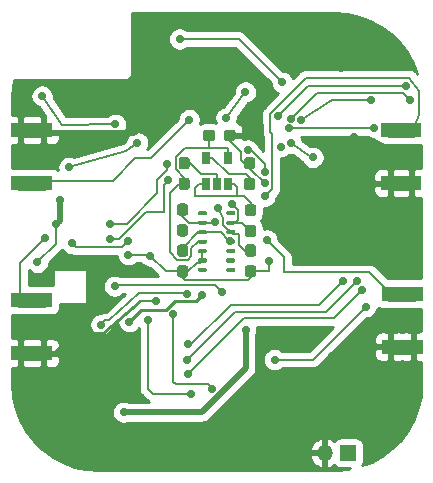
<source format=gbr>
G04 #@! TF.GenerationSoftware,KiCad,Pcbnew,(5.1.6-0-10_14)*
G04 #@! TF.CreationDate,2020-09-10T17:51:43+08:00*
G04 #@! TF.ProjectId,Watch_F4,57617463-685f-4463-942e-6b696361645f,rev?*
G04 #@! TF.SameCoordinates,Original*
G04 #@! TF.FileFunction,Copper,L2,Bot*
G04 #@! TF.FilePolarity,Positive*
%FSLAX46Y46*%
G04 Gerber Fmt 4.6, Leading zero omitted, Abs format (unit mm)*
G04 Created by KiCad (PCBNEW (5.1.6-0-10_14)) date 2020-09-10 17:51:43*
%MOMM*%
%LPD*%
G01*
G04 APERTURE LIST*
G04 #@! TA.AperFunction,SMDPad,CuDef*
%ADD10R,1.550000X1.300000*%
G04 #@! TD*
G04 #@! TA.AperFunction,SMDPad,CuDef*
%ADD11R,0.650000X1.060000*%
G04 #@! TD*
G04 #@! TA.AperFunction,ComponentPad*
%ADD12O,1.350000X1.350000*%
G04 #@! TD*
G04 #@! TA.AperFunction,ComponentPad*
%ADD13R,1.350000X1.350000*%
G04 #@! TD*
G04 #@! TA.AperFunction,ViaPad*
%ADD14C,0.700000*%
G04 #@! TD*
G04 #@! TA.AperFunction,Conductor*
%ADD15C,0.200000*%
G04 #@! TD*
G04 #@! TA.AperFunction,Conductor*
%ADD16C,0.250000*%
G04 #@! TD*
G04 #@! TA.AperFunction,Conductor*
%ADD17C,0.500000*%
G04 #@! TD*
G04 #@! TA.AperFunction,Conductor*
%ADD18C,1.300000*%
G04 #@! TD*
G04 #@! TA.AperFunction,Conductor*
%ADD19C,0.254000*%
G04 #@! TD*
G04 APERTURE END LIST*
G04 #@! TA.AperFunction,SMDPad,CuDef*
G36*
G01*
X147885000Y-96772500D02*
X147885000Y-97247500D01*
G75*
G02*
X147647500Y-97485000I-237500J0D01*
G01*
X147072500Y-97485000D01*
G75*
G02*
X146835000Y-97247500I0J237500D01*
G01*
X146835000Y-96772500D01*
G75*
G02*
X147072500Y-96535000I237500J0D01*
G01*
X147647500Y-96535000D01*
G75*
G02*
X147885000Y-96772500I0J-237500D01*
G01*
G37*
G04 #@! TD.AperFunction*
G04 #@! TA.AperFunction,SMDPad,CuDef*
G36*
G01*
X149635000Y-96772500D02*
X149635000Y-97247500D01*
G75*
G02*
X149397500Y-97485000I-237500J0D01*
G01*
X148822500Y-97485000D01*
G75*
G02*
X148585000Y-97247500I0J237500D01*
G01*
X148585000Y-96772500D01*
G75*
G02*
X148822500Y-96535000I237500J0D01*
G01*
X149397500Y-96535000D01*
G75*
G02*
X149635000Y-96772500I0J-237500D01*
G01*
G37*
G04 #@! TD.AperFunction*
D10*
X133330000Y-110950000D03*
X133330000Y-115450000D03*
X131370000Y-115450000D03*
X131370000Y-110950000D03*
X164508000Y-96550000D03*
X164508000Y-101050000D03*
X162690000Y-101050000D03*
X162690000Y-96550000D03*
X164700000Y-110400000D03*
X164700000Y-114900000D03*
X162740000Y-114900000D03*
X162740000Y-110400000D03*
X131370000Y-101050000D03*
X131370000Y-96550000D03*
X133330000Y-96550000D03*
X133330000Y-101050000D03*
D11*
X148970000Y-98895000D03*
X147070000Y-98895000D03*
X147070000Y-101095000D03*
X148020000Y-101095000D03*
X148970000Y-101095000D03*
G04 #@! TA.AperFunction,SMDPad,CuDef*
G36*
G01*
X145012500Y-100595000D02*
X145487500Y-100595000D01*
G75*
G02*
X145725000Y-100832500I0J-237500D01*
G01*
X145725000Y-101407500D01*
G75*
G02*
X145487500Y-101645000I-237500J0D01*
G01*
X145012500Y-101645000D01*
G75*
G02*
X144775000Y-101407500I0J237500D01*
G01*
X144775000Y-100832500D01*
G75*
G02*
X145012500Y-100595000I237500J0D01*
G01*
G37*
G04 #@! TD.AperFunction*
G04 #@! TA.AperFunction,SMDPad,CuDef*
G36*
G01*
X145012500Y-98845000D02*
X145487500Y-98845000D01*
G75*
G02*
X145725000Y-99082500I0J-237500D01*
G01*
X145725000Y-99657500D01*
G75*
G02*
X145487500Y-99895000I-237500J0D01*
G01*
X145012500Y-99895000D01*
G75*
G02*
X144775000Y-99657500I0J237500D01*
G01*
X144775000Y-99082500D01*
G75*
G02*
X145012500Y-98845000I237500J0D01*
G01*
G37*
G04 #@! TD.AperFunction*
G04 #@! TA.AperFunction,SMDPad,CuDef*
G36*
G01*
X150552500Y-100595000D02*
X151027500Y-100595000D01*
G75*
G02*
X151265000Y-100832500I0J-237500D01*
G01*
X151265000Y-101407500D01*
G75*
G02*
X151027500Y-101645000I-237500J0D01*
G01*
X150552500Y-101645000D01*
G75*
G02*
X150315000Y-101407500I0J237500D01*
G01*
X150315000Y-100832500D01*
G75*
G02*
X150552500Y-100595000I237500J0D01*
G01*
G37*
G04 #@! TD.AperFunction*
G04 #@! TA.AperFunction,SMDPad,CuDef*
G36*
G01*
X150552500Y-98845000D02*
X151027500Y-98845000D01*
G75*
G02*
X151265000Y-99082500I0J-237500D01*
G01*
X151265000Y-99657500D01*
G75*
G02*
X151027500Y-99895000I-237500J0D01*
G01*
X150552500Y-99895000D01*
G75*
G02*
X150315000Y-99657500I0J237500D01*
G01*
X150315000Y-99082500D01*
G75*
G02*
X150552500Y-98845000I237500J0D01*
G01*
G37*
G04 #@! TD.AperFunction*
G04 #@! TA.AperFunction,SMDPad,CuDef*
G36*
G01*
X145347500Y-103825000D02*
X144872500Y-103825000D01*
G75*
G02*
X144635000Y-103587500I0J237500D01*
G01*
X144635000Y-103012500D01*
G75*
G02*
X144872500Y-102775000I237500J0D01*
G01*
X145347500Y-102775000D01*
G75*
G02*
X145585000Y-103012500I0J-237500D01*
G01*
X145585000Y-103587500D01*
G75*
G02*
X145347500Y-103825000I-237500J0D01*
G01*
G37*
G04 #@! TD.AperFunction*
G04 #@! TA.AperFunction,SMDPad,CuDef*
G36*
G01*
X145347500Y-105575000D02*
X144872500Y-105575000D01*
G75*
G02*
X144635000Y-105337500I0J237500D01*
G01*
X144635000Y-104762500D01*
G75*
G02*
X144872500Y-104525000I237500J0D01*
G01*
X145347500Y-104525000D01*
G75*
G02*
X145585000Y-104762500I0J-237500D01*
G01*
X145585000Y-105337500D01*
G75*
G02*
X145347500Y-105575000I-237500J0D01*
G01*
G37*
G04 #@! TD.AperFunction*
G04 #@! TA.AperFunction,SMDPad,CuDef*
G36*
G01*
X150632500Y-104570000D02*
X151107500Y-104570000D01*
G75*
G02*
X151345000Y-104807500I0J-237500D01*
G01*
X151345000Y-105382500D01*
G75*
G02*
X151107500Y-105620000I-237500J0D01*
G01*
X150632500Y-105620000D01*
G75*
G02*
X150395000Y-105382500I0J237500D01*
G01*
X150395000Y-104807500D01*
G75*
G02*
X150632500Y-104570000I237500J0D01*
G01*
G37*
G04 #@! TD.AperFunction*
G04 #@! TA.AperFunction,SMDPad,CuDef*
G36*
G01*
X150632500Y-102820000D02*
X151107500Y-102820000D01*
G75*
G02*
X151345000Y-103057500I0J-237500D01*
G01*
X151345000Y-103632500D01*
G75*
G02*
X151107500Y-103870000I-237500J0D01*
G01*
X150632500Y-103870000D01*
G75*
G02*
X150395000Y-103632500I0J237500D01*
G01*
X150395000Y-103057500D01*
G75*
G02*
X150632500Y-102820000I237500J0D01*
G01*
G37*
G04 #@! TD.AperFunction*
G04 #@! TA.AperFunction,SMDPad,CuDef*
G36*
G01*
X151107500Y-107290000D02*
X150632500Y-107290000D01*
G75*
G02*
X150395000Y-107052500I0J237500D01*
G01*
X150395000Y-106477500D01*
G75*
G02*
X150632500Y-106240000I237500J0D01*
G01*
X151107500Y-106240000D01*
G75*
G02*
X151345000Y-106477500I0J-237500D01*
G01*
X151345000Y-107052500D01*
G75*
G02*
X151107500Y-107290000I-237500J0D01*
G01*
G37*
G04 #@! TD.AperFunction*
G04 #@! TA.AperFunction,SMDPad,CuDef*
G36*
G01*
X151107500Y-109040000D02*
X150632500Y-109040000D01*
G75*
G02*
X150395000Y-108802500I0J237500D01*
G01*
X150395000Y-108227500D01*
G75*
G02*
X150632500Y-107990000I237500J0D01*
G01*
X151107500Y-107990000D01*
G75*
G02*
X151345000Y-108227500I0J-237500D01*
G01*
X151345000Y-108802500D01*
G75*
G02*
X151107500Y-109040000I-237500J0D01*
G01*
G37*
G04 #@! TD.AperFunction*
D12*
X157150000Y-123900000D03*
D13*
X159150000Y-123900000D03*
G04 #@! TA.AperFunction,SMDPad,CuDef*
G36*
G01*
X147175000Y-103512500D02*
X147175000Y-103687500D01*
G75*
G02*
X147087500Y-103775000I-87500J0D01*
G01*
X146512500Y-103775000D01*
G75*
G02*
X146425000Y-103687500I0J87500D01*
G01*
X146425000Y-103512500D01*
G75*
G02*
X146512500Y-103425000I87500J0D01*
G01*
X147087500Y-103425000D01*
G75*
G02*
X147175000Y-103512500I0J-87500D01*
G01*
G37*
G04 #@! TD.AperFunction*
G04 #@! TA.AperFunction,SMDPad,CuDef*
G36*
G01*
X147175000Y-104312500D02*
X147175000Y-104487500D01*
G75*
G02*
X147087500Y-104575000I-87500J0D01*
G01*
X146512500Y-104575000D01*
G75*
G02*
X146425000Y-104487500I0J87500D01*
G01*
X146425000Y-104312500D01*
G75*
G02*
X146512500Y-104225000I87500J0D01*
G01*
X147087500Y-104225000D01*
G75*
G02*
X147175000Y-104312500I0J-87500D01*
G01*
G37*
G04 #@! TD.AperFunction*
G04 #@! TA.AperFunction,SMDPad,CuDef*
G36*
G01*
X147175000Y-105112500D02*
X147175000Y-105287500D01*
G75*
G02*
X147087500Y-105375000I-87500J0D01*
G01*
X146512500Y-105375000D01*
G75*
G02*
X146425000Y-105287500I0J87500D01*
G01*
X146425000Y-105112500D01*
G75*
G02*
X146512500Y-105025000I87500J0D01*
G01*
X147087500Y-105025000D01*
G75*
G02*
X147175000Y-105112500I0J-87500D01*
G01*
G37*
G04 #@! TD.AperFunction*
G04 #@! TA.AperFunction,SMDPad,CuDef*
G36*
G01*
X147175000Y-105912500D02*
X147175000Y-106087500D01*
G75*
G02*
X147087500Y-106175000I-87500J0D01*
G01*
X146512500Y-106175000D01*
G75*
G02*
X146425000Y-106087500I0J87500D01*
G01*
X146425000Y-105912500D01*
G75*
G02*
X146512500Y-105825000I87500J0D01*
G01*
X147087500Y-105825000D01*
G75*
G02*
X147175000Y-105912500I0J-87500D01*
G01*
G37*
G04 #@! TD.AperFunction*
G04 #@! TA.AperFunction,SMDPad,CuDef*
G36*
G01*
X147175000Y-106712500D02*
X147175000Y-106887500D01*
G75*
G02*
X147087500Y-106975000I-87500J0D01*
G01*
X146512500Y-106975000D01*
G75*
G02*
X146425000Y-106887500I0J87500D01*
G01*
X146425000Y-106712500D01*
G75*
G02*
X146512500Y-106625000I87500J0D01*
G01*
X147087500Y-106625000D01*
G75*
G02*
X147175000Y-106712500I0J-87500D01*
G01*
G37*
G04 #@! TD.AperFunction*
G04 #@! TA.AperFunction,SMDPad,CuDef*
G36*
G01*
X147175000Y-107512500D02*
X147175000Y-107687500D01*
G75*
G02*
X147087500Y-107775000I-87500J0D01*
G01*
X146512500Y-107775000D01*
G75*
G02*
X146425000Y-107687500I0J87500D01*
G01*
X146425000Y-107512500D01*
G75*
G02*
X146512500Y-107425000I87500J0D01*
G01*
X147087500Y-107425000D01*
G75*
G02*
X147175000Y-107512500I0J-87500D01*
G01*
G37*
G04 #@! TD.AperFunction*
G04 #@! TA.AperFunction,SMDPad,CuDef*
G36*
G01*
X147175000Y-108312500D02*
X147175000Y-108487500D01*
G75*
G02*
X147087500Y-108575000I-87500J0D01*
G01*
X146512500Y-108575000D01*
G75*
G02*
X146425000Y-108487500I0J87500D01*
G01*
X146425000Y-108312500D01*
G75*
G02*
X146512500Y-108225000I87500J0D01*
G01*
X147087500Y-108225000D01*
G75*
G02*
X147175000Y-108312500I0J-87500D01*
G01*
G37*
G04 #@! TD.AperFunction*
G04 #@! TA.AperFunction,SMDPad,CuDef*
G36*
G01*
X149575000Y-108312500D02*
X149575000Y-108487500D01*
G75*
G02*
X149487500Y-108575000I-87500J0D01*
G01*
X148912500Y-108575000D01*
G75*
G02*
X148825000Y-108487500I0J87500D01*
G01*
X148825000Y-108312500D01*
G75*
G02*
X148912500Y-108225000I87500J0D01*
G01*
X149487500Y-108225000D01*
G75*
G02*
X149575000Y-108312500I0J-87500D01*
G01*
G37*
G04 #@! TD.AperFunction*
G04 #@! TA.AperFunction,SMDPad,CuDef*
G36*
G01*
X149575000Y-107512500D02*
X149575000Y-107687500D01*
G75*
G02*
X149487500Y-107775000I-87500J0D01*
G01*
X148912500Y-107775000D01*
G75*
G02*
X148825000Y-107687500I0J87500D01*
G01*
X148825000Y-107512500D01*
G75*
G02*
X148912500Y-107425000I87500J0D01*
G01*
X149487500Y-107425000D01*
G75*
G02*
X149575000Y-107512500I0J-87500D01*
G01*
G37*
G04 #@! TD.AperFunction*
G04 #@! TA.AperFunction,SMDPad,CuDef*
G36*
G01*
X149575000Y-106712500D02*
X149575000Y-106887500D01*
G75*
G02*
X149487500Y-106975000I-87500J0D01*
G01*
X148912500Y-106975000D01*
G75*
G02*
X148825000Y-106887500I0J87500D01*
G01*
X148825000Y-106712500D01*
G75*
G02*
X148912500Y-106625000I87500J0D01*
G01*
X149487500Y-106625000D01*
G75*
G02*
X149575000Y-106712500I0J-87500D01*
G01*
G37*
G04 #@! TD.AperFunction*
G04 #@! TA.AperFunction,SMDPad,CuDef*
G36*
G01*
X149575000Y-105912500D02*
X149575000Y-106087500D01*
G75*
G02*
X149487500Y-106175000I-87500J0D01*
G01*
X148912500Y-106175000D01*
G75*
G02*
X148825000Y-106087500I0J87500D01*
G01*
X148825000Y-105912500D01*
G75*
G02*
X148912500Y-105825000I87500J0D01*
G01*
X149487500Y-105825000D01*
G75*
G02*
X149575000Y-105912500I0J-87500D01*
G01*
G37*
G04 #@! TD.AperFunction*
G04 #@! TA.AperFunction,SMDPad,CuDef*
G36*
G01*
X149575000Y-105112500D02*
X149575000Y-105287500D01*
G75*
G02*
X149487500Y-105375000I-87500J0D01*
G01*
X148912500Y-105375000D01*
G75*
G02*
X148825000Y-105287500I0J87500D01*
G01*
X148825000Y-105112500D01*
G75*
G02*
X148912500Y-105025000I87500J0D01*
G01*
X149487500Y-105025000D01*
G75*
G02*
X149575000Y-105112500I0J-87500D01*
G01*
G37*
G04 #@! TD.AperFunction*
G04 #@! TA.AperFunction,SMDPad,CuDef*
G36*
G01*
X149575000Y-104312500D02*
X149575000Y-104487500D01*
G75*
G02*
X149487500Y-104575000I-87500J0D01*
G01*
X148912500Y-104575000D01*
G75*
G02*
X148825000Y-104487500I0J87500D01*
G01*
X148825000Y-104312500D01*
G75*
G02*
X148912500Y-104225000I87500J0D01*
G01*
X149487500Y-104225000D01*
G75*
G02*
X149575000Y-104312500I0J-87500D01*
G01*
G37*
G04 #@! TD.AperFunction*
G04 #@! TA.AperFunction,SMDPad,CuDef*
G36*
G01*
X149575000Y-103512500D02*
X149575000Y-103687500D01*
G75*
G02*
X149487500Y-103775000I-87500J0D01*
G01*
X148912500Y-103775000D01*
G75*
G02*
X148825000Y-103687500I0J87500D01*
G01*
X148825000Y-103512500D01*
G75*
G02*
X148912500Y-103425000I87500J0D01*
G01*
X149487500Y-103425000D01*
G75*
G02*
X149575000Y-103512500I0J-87500D01*
G01*
G37*
G04 #@! TD.AperFunction*
G04 #@! TA.AperFunction,SMDPad,CuDef*
G36*
G01*
X145357500Y-107295000D02*
X144882500Y-107295000D01*
G75*
G02*
X144645000Y-107057500I0J237500D01*
G01*
X144645000Y-106482500D01*
G75*
G02*
X144882500Y-106245000I237500J0D01*
G01*
X145357500Y-106245000D01*
G75*
G02*
X145595000Y-106482500I0J-237500D01*
G01*
X145595000Y-107057500D01*
G75*
G02*
X145357500Y-107295000I-237500J0D01*
G01*
G37*
G04 #@! TD.AperFunction*
G04 #@! TA.AperFunction,SMDPad,CuDef*
G36*
G01*
X145357500Y-109045000D02*
X144882500Y-109045000D01*
G75*
G02*
X144645000Y-108807500I0J237500D01*
G01*
X144645000Y-108232500D01*
G75*
G02*
X144882500Y-107995000I237500J0D01*
G01*
X145357500Y-107995000D01*
G75*
G02*
X145595000Y-108232500I0J-237500D01*
G01*
X145595000Y-108807500D01*
G75*
G02*
X145357500Y-109045000I-237500J0D01*
G01*
G37*
G04 #@! TD.AperFunction*
D14*
X145100000Y-105100000D03*
X145550000Y-114700000D03*
X145500000Y-116000000D03*
X145600000Y-117250000D03*
X143860000Y-89400000D03*
X149158000Y-105958000D03*
X150790000Y-99370000D03*
X148020000Y-101095000D03*
X143120000Y-94200000D03*
X135455000Y-113750000D03*
X137840000Y-111990000D03*
X152100000Y-101080000D03*
X145250000Y-99370000D03*
X159640000Y-97140000D03*
X160035000Y-104570000D03*
X142890000Y-111025000D03*
X158520000Y-91310000D03*
X155790000Y-87200000D03*
X133550000Y-115450000D03*
X162690000Y-114900000D03*
X137650000Y-122350000D03*
X144250000Y-122750000D03*
X161090000Y-94020000D03*
X156155000Y-98870000D03*
X154320000Y-97690000D03*
X155160000Y-95690000D03*
X145800000Y-118900000D03*
X142150000Y-112650000D03*
X147645103Y-118448454D03*
X144300000Y-112150000D03*
X134760000Y-102490000D03*
X134360000Y-104510000D03*
X152080000Y-100130000D03*
X152427500Y-107677500D03*
X150650000Y-98250000D03*
X148970000Y-101095000D03*
X150870000Y-103345000D03*
X140510000Y-107120000D03*
X142390000Y-107230000D03*
X132830000Y-107760000D03*
X140125000Y-120445000D03*
X150475000Y-113445000D03*
X148800000Y-95520000D03*
X150440000Y-93340000D03*
X140610001Y-112780000D03*
X146800000Y-110500000D03*
X148462486Y-110262229D03*
X139360000Y-109780000D03*
X153440000Y-97960000D03*
X161290000Y-96370000D03*
X154090000Y-96420000D03*
X158700000Y-109350000D03*
X160350000Y-110100000D03*
X153200000Y-95400000D03*
X164050000Y-92850000D03*
X154314751Y-95600250D03*
X164350000Y-94000000D03*
X159850000Y-109350000D03*
X143911778Y-100818088D03*
X138930000Y-105765000D03*
X135500000Y-99700000D03*
X141300000Y-97630000D03*
X143780000Y-99470000D03*
X138930000Y-104495000D03*
X148140000Y-103170000D03*
X149340000Y-102810000D03*
X147830000Y-104370000D03*
X139430000Y-96080000D03*
X133220000Y-93680000D03*
X160650000Y-111500000D03*
X152900000Y-116000000D03*
X145680000Y-95680000D03*
X133500000Y-105660000D03*
X135720000Y-106150000D03*
X140510000Y-105960000D03*
X152240000Y-105850000D03*
X152120000Y-102150000D03*
X144860000Y-88850000D03*
X153550000Y-92530000D03*
X138200000Y-113030000D03*
X145489851Y-110411394D03*
D15*
X146425000Y-105200000D02*
X146800000Y-105200000D01*
X145120000Y-106505000D02*
X146425000Y-105200000D01*
X145120000Y-106770000D02*
X145120000Y-106505000D01*
X149025000Y-105825000D02*
X149158000Y-105958000D01*
X148972686Y-105825000D02*
X149025000Y-105825000D01*
X148347686Y-105200000D02*
X148972686Y-105825000D01*
X146800000Y-105200000D02*
X148347686Y-105200000D01*
X149158000Y-105958000D02*
X149200000Y-106000000D01*
X147969999Y-100314999D02*
X148020000Y-100365000D01*
X146669999Y-100314999D02*
X147969999Y-100314999D01*
X148020000Y-100365000D02*
X148020000Y-101095000D01*
X145725000Y-99370000D02*
X146669999Y-100314999D01*
X145250000Y-99370000D02*
X145725000Y-99370000D01*
D16*
X135455000Y-114225000D02*
X134230000Y-115450000D01*
X134230000Y-115450000D02*
X133550000Y-115450000D01*
X135455000Y-113750000D02*
X135455000Y-114225000D01*
X136080000Y-113750000D02*
X135455000Y-113750000D01*
X137840000Y-111990000D02*
X136080000Y-113750000D01*
D15*
X162660000Y-115420000D02*
X162690000Y-115450000D01*
X150790000Y-99895000D02*
X150790000Y-99370000D01*
X152100000Y-101080000D02*
X150790000Y-99895000D01*
X164650000Y-113673532D02*
X164688766Y-113634766D01*
X164650000Y-115450000D02*
X164650000Y-113673532D01*
X160894000Y-97140000D02*
X159640000Y-97140000D01*
X164592000Y-99060000D02*
X160894000Y-97140000D01*
X164592000Y-101092000D02*
X164592000Y-99060000D01*
D17*
X133679999Y-96769997D02*
X133330000Y-96419998D01*
X133740003Y-96830001D02*
X133679999Y-96769997D01*
X140984973Y-96830001D02*
X133740003Y-96830001D01*
X143120000Y-94694974D02*
X140984973Y-96830001D01*
X143120000Y-94200000D02*
X143120000Y-94694974D01*
X143860000Y-93460000D02*
X143120000Y-94200000D01*
X143860000Y-89400000D02*
X143860000Y-93460000D01*
D15*
X161715000Y-101050000D02*
X160035000Y-102730000D01*
X160035000Y-102730000D02*
X160035000Y-104570000D01*
X162690000Y-101050000D02*
X161715000Y-101050000D01*
X142865000Y-111000000D02*
X142890000Y-111025000D01*
X141460000Y-111000000D02*
X142865000Y-111000000D01*
D16*
X138405002Y-113750000D02*
X135455000Y-113750000D01*
X141470000Y-111020000D02*
X138405002Y-113750000D01*
D15*
X158520000Y-89930000D02*
X155790000Y-87200000D01*
X158520000Y-91310000D02*
X158520000Y-89930000D01*
X150049999Y-99104999D02*
X150315000Y-99370000D01*
X150049999Y-98424999D02*
X150049999Y-99104999D01*
X150315000Y-99370000D02*
X150790000Y-99370000D01*
X149110000Y-97485000D02*
X150049999Y-98424999D01*
X149110000Y-97010000D02*
X149110000Y-97485000D01*
D18*
X131370000Y-115450000D02*
X133330000Y-115450000D01*
X131370000Y-96550000D02*
X133330000Y-96550000D01*
X162690000Y-101050000D02*
X164508000Y-101050000D01*
D16*
X133550000Y-115450000D02*
X133330000Y-115450000D01*
D17*
X135455000Y-120155000D02*
X137650000Y-122350000D01*
X135455000Y-113750000D02*
X135455000Y-120155000D01*
X143850000Y-122350000D02*
X144250000Y-122750000D01*
X137650000Y-122350000D02*
X143850000Y-122350000D01*
D18*
X162690000Y-114900000D02*
X164700000Y-114900000D01*
D15*
X155980000Y-98870000D02*
X156155000Y-98870000D01*
X154320000Y-97690000D02*
X155980000Y-98870000D01*
X155160000Y-95690000D02*
X157750000Y-94020000D01*
X157750000Y-94020000D02*
X161090000Y-94020000D01*
X142150000Y-112650000D02*
X142150000Y-118450000D01*
X142600000Y-118900000D02*
X145800000Y-118900000D01*
X142150000Y-118450000D02*
X142600000Y-118900000D01*
X147295104Y-118098455D02*
X144548455Y-118098455D01*
X147645103Y-118448454D02*
X147295104Y-118098455D01*
X144300000Y-117850000D02*
X144300000Y-112150000D01*
X144548455Y-118098455D02*
X144300000Y-117850000D01*
X150910000Y-102775000D02*
X150910000Y-103300000D01*
X150305000Y-102170000D02*
X150910000Y-102775000D01*
X149760000Y-101360000D02*
X149760000Y-102120000D01*
X149495000Y-101095000D02*
X149760000Y-101360000D01*
X148970000Y-101095000D02*
X149495000Y-101095000D01*
X149760000Y-102120000D02*
X150305000Y-102170000D01*
X146200000Y-101440000D02*
X146200000Y-102140000D01*
X146545000Y-101095000D02*
X146200000Y-101440000D01*
X147070000Y-101095000D02*
X146545000Y-101095000D01*
X146200000Y-102140000D02*
X149760000Y-102120000D01*
D17*
X134760000Y-104260000D02*
X134760000Y-102490000D01*
X134360000Y-104510000D02*
X134760000Y-104260000D01*
D15*
X152080000Y-99445556D02*
X152080000Y-100130000D01*
X150884444Y-98250000D02*
X152080000Y-99445556D01*
X150650000Y-98250000D02*
X150884444Y-98250000D01*
X142280000Y-107120000D02*
X142390000Y-107230000D01*
X140510000Y-107120000D02*
X142280000Y-107120000D01*
X134360000Y-106230000D02*
X134360000Y-104510000D01*
X132830000Y-107760000D02*
X134360000Y-106230000D01*
X143680000Y-108520000D02*
X145120000Y-108520000D01*
X142390000Y-107230000D02*
X143680000Y-108520000D01*
X146800000Y-106800000D02*
X146800000Y-107600000D01*
X146340000Y-107775000D02*
X145595000Y-108520000D01*
X146625000Y-107775000D02*
X146340000Y-107775000D01*
X145595000Y-108520000D02*
X145120000Y-108520000D01*
X146800000Y-107600000D02*
X146625000Y-107775000D01*
X152427500Y-107677500D02*
X152427500Y-108487500D01*
X152400000Y-108515000D02*
X150870000Y-108515000D01*
X152427500Y-108487500D02*
X152400000Y-108515000D01*
X145120000Y-109045000D02*
X145295000Y-109220000D01*
X145120000Y-108520000D02*
X145120000Y-109045000D01*
X150870000Y-109040000D02*
X150870000Y-108515000D01*
X150690000Y-109220000D02*
X150870000Y-109040000D01*
X145295000Y-109220000D02*
X150690000Y-109220000D01*
D17*
X150475000Y-116728559D02*
X150475000Y-113445000D01*
X146758559Y-120445000D02*
X150475000Y-116728559D01*
X140125000Y-120445000D02*
X146758559Y-120445000D01*
D15*
X150440000Y-93340000D02*
X148800000Y-95520000D01*
D16*
X140610001Y-112780000D02*
X141590001Y-111800000D01*
X141590001Y-111800000D02*
X143700000Y-111800000D01*
X143700000Y-111800000D02*
X144450000Y-111050000D01*
X146250000Y-111050000D02*
X146800000Y-110500000D01*
X144450000Y-111050000D02*
X146250000Y-111050000D01*
D15*
X139450009Y-109689991D02*
X139360000Y-109780000D01*
X147890248Y-109689991D02*
X139450009Y-109689991D01*
X148462486Y-110262229D02*
X147890248Y-109689991D01*
X154090000Y-96420000D02*
X161290000Y-96370000D01*
X158700000Y-109350000D02*
X156700000Y-111350000D01*
X156700000Y-111350000D02*
X149200000Y-111350000D01*
X145850000Y-114700000D02*
X145550000Y-114700000D01*
X149200000Y-111350000D02*
X145850000Y-114700000D01*
X145600000Y-117250000D02*
X150350000Y-112500000D01*
X157950000Y-112500000D02*
X160350000Y-110100000D01*
X150350000Y-112500000D02*
X157950000Y-112500000D01*
X155750000Y-92850000D02*
X164050000Y-92850000D01*
X153200000Y-95400000D02*
X155750000Y-92850000D01*
X163769999Y-93419999D02*
X164350000Y-94000000D01*
X156495002Y-93419999D02*
X163769999Y-93419999D01*
X154314751Y-95600250D02*
X156495002Y-93419999D01*
X145500000Y-116000000D02*
X149550000Y-111950000D01*
X157250000Y-111950000D02*
X159850000Y-109350000D01*
X149550000Y-111950000D02*
X157250000Y-111950000D01*
X143561779Y-101168087D02*
X143561779Y-103468221D01*
X143911778Y-100818088D02*
X143561779Y-101168087D01*
X139696998Y-105765000D02*
X138930000Y-105765000D01*
X141993777Y-103468221D02*
X139696998Y-105765000D01*
X143561779Y-103468221D02*
X141993777Y-103468221D01*
X141300000Y-97630000D02*
X140363430Y-98336570D01*
X140363430Y-98336570D02*
X135500000Y-99700000D01*
X143780000Y-99964974D02*
X142990000Y-100754974D01*
X143780000Y-99470000D02*
X143780000Y-99964974D01*
X140383396Y-104495000D02*
X138930000Y-104495000D01*
X142990000Y-101888396D02*
X140383396Y-104495000D01*
X142990000Y-100754974D02*
X142990000Y-101888396D01*
X144775000Y-101120000D02*
X145250000Y-101120000D01*
X144034980Y-101860020D02*
X144775000Y-101120000D01*
X144034980Y-106899424D02*
X144034980Y-101860020D01*
X144680566Y-107545010D02*
X144034980Y-106899424D01*
X145845010Y-106579990D02*
X145845010Y-107259434D01*
X145845010Y-107259434D02*
X145559434Y-107545010D01*
X146425000Y-106000000D02*
X145845010Y-106579990D01*
X145559434Y-107545010D02*
X144680566Y-107545010D01*
X146800000Y-106000000D02*
X146425000Y-106000000D01*
X148970000Y-98165000D02*
X148970000Y-98895000D01*
X144524990Y-98880566D02*
X145290557Y-98114999D01*
X148919999Y-98114999D02*
X148970000Y-98165000D01*
X145290557Y-98114999D02*
X148919999Y-98114999D01*
X144524990Y-99869990D02*
X144524990Y-98880566D01*
X145250000Y-100595000D02*
X144524990Y-99869990D01*
X145250000Y-101120000D02*
X145250000Y-100595000D01*
X147360000Y-97010000D02*
X147360000Y-98114999D01*
X149375000Y-105375000D02*
X149925000Y-105375000D01*
X149200000Y-105200000D02*
X149375000Y-105375000D01*
X149925000Y-106295000D02*
X150395000Y-106765000D01*
X150395000Y-106765000D02*
X150870000Y-106765000D01*
X149925000Y-105375000D02*
X149925000Y-106295000D01*
X149025000Y-105025000D02*
X149200000Y-105200000D01*
X148972686Y-105025000D02*
X149025000Y-105025000D01*
X148574990Y-104627304D02*
X148972686Y-105025000D01*
X148574990Y-104004990D02*
X148574990Y-104627304D01*
X148140000Y-103170000D02*
X148574990Y-104004990D01*
X150175000Y-104400000D02*
X149200000Y-104400000D01*
X150870000Y-105095000D02*
X150175000Y-104400000D01*
X149825010Y-103295010D02*
X149340000Y-102810000D01*
X149575000Y-104400000D02*
X149825010Y-104149990D01*
X149825010Y-104149990D02*
X149825010Y-103295010D01*
X149200000Y-104400000D02*
X149575000Y-104400000D01*
X146425000Y-104400000D02*
X146800000Y-104400000D01*
X145685000Y-104400000D02*
X146425000Y-104400000D01*
X145110000Y-103825000D02*
X145685000Y-104400000D01*
X145110000Y-103300000D02*
X145110000Y-103825000D01*
X147800000Y-104400000D02*
X147830000Y-104370000D01*
X146800000Y-104400000D02*
X147800000Y-104400000D01*
X134880000Y-96090000D02*
X133220000Y-93680000D01*
X139430000Y-96080000D02*
X134880000Y-96090000D01*
X156165000Y-115985000D02*
X160650000Y-111500000D01*
X152900000Y-116000000D02*
X156165000Y-115985000D01*
X133520000Y-100860000D02*
X133330000Y-101050000D01*
X139260000Y-100850000D02*
X133520000Y-100860000D01*
X141113429Y-98936571D02*
X139250000Y-100850000D01*
X142423429Y-98936571D02*
X141113429Y-98936571D01*
X145680000Y-95680000D02*
X142423429Y-98936571D01*
D18*
X131370000Y-101050000D02*
X133330000Y-101050000D01*
D15*
X131370000Y-107790000D02*
X133500000Y-105660000D01*
X131370000Y-110950000D02*
X131370000Y-107790000D01*
X139970001Y-106499999D02*
X140510000Y-105960000D01*
X136069999Y-106499999D02*
X139970001Y-106499999D01*
X135720000Y-106150000D02*
X136069999Y-106499999D01*
D18*
X131370000Y-110950000D02*
X133330000Y-110950000D01*
X162690000Y-110400000D02*
X164650000Y-110400000D01*
D15*
X152240000Y-105850000D02*
X153700000Y-107310000D01*
X153700000Y-107310000D02*
X153700000Y-108600000D01*
X160940000Y-108600000D02*
X162740000Y-110400000D01*
X153700000Y-108600000D02*
X160940000Y-108600000D01*
X164633000Y-96550000D02*
X164508000Y-96550000D01*
X165110000Y-95260000D02*
X164633000Y-96550000D01*
X165100000Y-93218000D02*
X165110000Y-95260000D01*
X164320000Y-92110000D02*
X165100000Y-93218000D01*
X155530000Y-92120000D02*
X164320000Y-92110000D01*
X152500000Y-95220000D02*
X155530000Y-92120000D01*
X152556565Y-96738309D02*
X152500000Y-95220000D01*
X152700001Y-96881745D02*
X152556565Y-96738309D01*
X152700001Y-101569999D02*
X152700001Y-96881745D01*
X152120000Y-102150000D02*
X152700001Y-101569999D01*
D18*
X162690000Y-96550000D02*
X164508000Y-96550000D01*
D15*
X150790000Y-100595000D02*
X150790000Y-101120000D01*
X150509999Y-100314999D02*
X150790000Y-100595000D01*
X149014999Y-100314999D02*
X150509999Y-100314999D01*
X147595000Y-98895000D02*
X149014999Y-100314999D01*
X147070000Y-98895000D02*
X147595000Y-98895000D01*
X149870000Y-88850000D02*
X153550000Y-92530000D01*
X144860000Y-88850000D02*
X149870000Y-88850000D01*
X138889999Y-112680001D02*
X141420000Y-110330000D01*
X138549999Y-112680001D02*
X138889999Y-112680001D01*
X138200000Y-113030000D02*
X138549999Y-112680001D01*
X145408457Y-110330000D02*
X145489851Y-110411394D01*
X141420000Y-110330000D02*
X145408457Y-110330000D01*
D19*
G36*
X134954901Y-106777901D02*
G01*
X135092099Y-106915099D01*
X135253428Y-107022896D01*
X135432686Y-107097147D01*
X135622986Y-107135000D01*
X135698806Y-107135000D01*
X135787366Y-107182336D01*
X135925914Y-107224364D01*
X136033894Y-107234999D01*
X136033903Y-107234999D01*
X136069998Y-107238554D01*
X136106093Y-107234999D01*
X139528577Y-107234999D01*
X139562853Y-107407314D01*
X139637104Y-107586572D01*
X139744901Y-107747901D01*
X139882099Y-107885099D01*
X140043428Y-107992896D01*
X140222686Y-108067147D01*
X140412986Y-108105000D01*
X140607014Y-108105000D01*
X140797314Y-108067147D01*
X140976572Y-107992896D01*
X141137901Y-107885099D01*
X141168000Y-107855000D01*
X141622963Y-107855000D01*
X141624901Y-107857901D01*
X141762099Y-107995099D01*
X141923428Y-108102896D01*
X142102686Y-108177147D01*
X142292986Y-108215000D01*
X142335554Y-108215000D01*
X143075544Y-108954991D01*
X139898240Y-108954991D01*
X139826572Y-108907104D01*
X139647314Y-108832853D01*
X139457014Y-108795000D01*
X139262986Y-108795000D01*
X139072686Y-108832853D01*
X138893428Y-108907104D01*
X138732099Y-109014901D01*
X138594901Y-109152099D01*
X138487104Y-109313428D01*
X138412853Y-109492686D01*
X138375000Y-109682986D01*
X138375000Y-109877014D01*
X138412853Y-110067314D01*
X138487104Y-110246572D01*
X138594901Y-110407901D01*
X138732099Y-110545099D01*
X138893428Y-110652896D01*
X139072686Y-110727147D01*
X139262986Y-110765000D01*
X139457014Y-110765000D01*
X139647314Y-110727147D01*
X139826572Y-110652896D01*
X139987901Y-110545099D01*
X140108009Y-110424991D01*
X140237744Y-110424991D01*
X138601309Y-111945001D01*
X138586093Y-111945001D01*
X138549998Y-111941446D01*
X138513903Y-111945001D01*
X138513894Y-111945001D01*
X138405914Y-111955636D01*
X138267366Y-111997664D01*
X138178806Y-112045000D01*
X138102986Y-112045000D01*
X137912686Y-112082853D01*
X137733428Y-112157104D01*
X137572099Y-112264901D01*
X137434901Y-112402099D01*
X137327104Y-112563428D01*
X137252853Y-112742686D01*
X137215000Y-112932986D01*
X137215000Y-113127014D01*
X137252853Y-113317314D01*
X137327104Y-113496572D01*
X137434901Y-113657901D01*
X137572099Y-113795099D01*
X137733428Y-113902896D01*
X137912686Y-113977147D01*
X138102986Y-114015000D01*
X138297014Y-114015000D01*
X138487314Y-113977147D01*
X138666572Y-113902896D01*
X138827901Y-113795099D01*
X138965099Y-113657901D01*
X139072896Y-113496572D01*
X139121567Y-113379070D01*
X139147289Y-113372292D01*
X139159562Y-113366303D01*
X139172632Y-113362338D01*
X139224533Y-113334597D01*
X139277404Y-113308795D01*
X139288271Y-113300528D01*
X139300319Y-113294088D01*
X139345813Y-113256752D01*
X139363758Y-113243100D01*
X139373698Y-113233868D01*
X139412237Y-113202239D01*
X139426630Y-113184701D01*
X139645724Y-112981195D01*
X139662854Y-113067314D01*
X139737105Y-113246572D01*
X139844902Y-113407901D01*
X139982100Y-113545099D01*
X140143429Y-113652896D01*
X140322687Y-113727147D01*
X140512987Y-113765000D01*
X140707015Y-113765000D01*
X140897315Y-113727147D01*
X141076573Y-113652896D01*
X141237902Y-113545099D01*
X141375100Y-113407901D01*
X141415000Y-113348186D01*
X141415001Y-118413885D01*
X141411444Y-118450000D01*
X141425635Y-118594085D01*
X141464010Y-118720588D01*
X141467664Y-118732633D01*
X141535914Y-118860320D01*
X141627763Y-118972238D01*
X141655808Y-118995254D01*
X142054741Y-119394187D01*
X142077762Y-119422238D01*
X142189680Y-119514087D01*
X142275577Y-119560000D01*
X140562350Y-119560000D01*
X140412314Y-119497853D01*
X140222014Y-119460000D01*
X140027986Y-119460000D01*
X139837686Y-119497853D01*
X139658428Y-119572104D01*
X139497099Y-119679901D01*
X139359901Y-119817099D01*
X139252104Y-119978428D01*
X139177853Y-120157686D01*
X139140000Y-120347986D01*
X139140000Y-120542014D01*
X139177853Y-120732314D01*
X139252104Y-120911572D01*
X139359901Y-121072901D01*
X139497099Y-121210099D01*
X139658428Y-121317896D01*
X139837686Y-121392147D01*
X140027986Y-121430000D01*
X140222014Y-121430000D01*
X140412314Y-121392147D01*
X140562350Y-121330000D01*
X146715090Y-121330000D01*
X146758559Y-121334281D01*
X146802028Y-121330000D01*
X146802036Y-121330000D01*
X146932049Y-121317195D01*
X147098872Y-121266589D01*
X147252618Y-121184411D01*
X147387376Y-121073817D01*
X147415093Y-121040044D01*
X151070050Y-117385088D01*
X151103817Y-117357376D01*
X151214411Y-117222618D01*
X151296589Y-117068872D01*
X151347195Y-116902049D01*
X151360000Y-116772036D01*
X151360000Y-116772026D01*
X151364281Y-116728560D01*
X151360000Y-116685094D01*
X151360000Y-113882350D01*
X151422147Y-113732314D01*
X151460000Y-113542014D01*
X151460000Y-113347986D01*
X151437526Y-113235000D01*
X157875554Y-113235000D01*
X155859156Y-115251397D01*
X153554983Y-115261983D01*
X153527901Y-115234901D01*
X153366572Y-115127104D01*
X153187314Y-115052853D01*
X152997014Y-115015000D01*
X152802986Y-115015000D01*
X152612686Y-115052853D01*
X152433428Y-115127104D01*
X152272099Y-115234901D01*
X152134901Y-115372099D01*
X152027104Y-115533428D01*
X151952853Y-115712686D01*
X151915000Y-115902986D01*
X151915000Y-116097014D01*
X151952853Y-116287314D01*
X152027104Y-116466572D01*
X152134901Y-116627901D01*
X152272099Y-116765099D01*
X152433428Y-116872896D01*
X152612686Y-116947147D01*
X152802986Y-116985000D01*
X152997014Y-116985000D01*
X153187314Y-116947147D01*
X153366572Y-116872896D01*
X153527901Y-116765099D01*
X153561029Y-116731971D01*
X156130576Y-116720166D01*
X156165000Y-116723556D01*
X156202793Y-116719834D01*
X156204480Y-116719826D01*
X156238610Y-116716306D01*
X156309085Y-116709365D01*
X156310719Y-116708869D01*
X156312410Y-116708695D01*
X156379937Y-116687872D01*
X156447633Y-116667336D01*
X156449134Y-116666534D01*
X156450764Y-116666031D01*
X156513038Y-116632376D01*
X156575319Y-116599086D01*
X156576634Y-116598007D01*
X156578136Y-116597195D01*
X156632617Y-116552063D01*
X156659193Y-116530253D01*
X156660389Y-116529057D01*
X156689631Y-116504833D01*
X156711450Y-116477996D01*
X157639446Y-115550000D01*
X161326928Y-115550000D01*
X161339188Y-115674482D01*
X161375498Y-115794180D01*
X161434463Y-115904494D01*
X161513815Y-116001185D01*
X161610506Y-116080537D01*
X161720820Y-116139502D01*
X161840518Y-116175812D01*
X161965000Y-116188072D01*
X162454250Y-116185000D01*
X162613000Y-116026250D01*
X162613000Y-115027000D01*
X162867000Y-115027000D01*
X162867000Y-116026250D01*
X163025750Y-116185000D01*
X163515000Y-116188072D01*
X163639482Y-116175812D01*
X163720000Y-116151387D01*
X163800518Y-116175812D01*
X163925000Y-116188072D01*
X164414250Y-116185000D01*
X164573000Y-116026250D01*
X164573000Y-115027000D01*
X162867000Y-115027000D01*
X162613000Y-115027000D01*
X161488750Y-115027000D01*
X161330000Y-115185750D01*
X161326928Y-115550000D01*
X157639446Y-115550000D01*
X158939446Y-114250000D01*
X161326928Y-114250000D01*
X161330000Y-114614250D01*
X161488750Y-114773000D01*
X162613000Y-114773000D01*
X162613000Y-113773750D01*
X162867000Y-113773750D01*
X162867000Y-114773000D01*
X164573000Y-114773000D01*
X164573000Y-113773750D01*
X164414250Y-113615000D01*
X163925000Y-113611928D01*
X163800518Y-113624188D01*
X163720000Y-113648613D01*
X163639482Y-113624188D01*
X163515000Y-113611928D01*
X163025750Y-113615000D01*
X162867000Y-113773750D01*
X162613000Y-113773750D01*
X162454250Y-113615000D01*
X161965000Y-113611928D01*
X161840518Y-113624188D01*
X161720820Y-113660498D01*
X161610506Y-113719463D01*
X161513815Y-113798815D01*
X161434463Y-113895506D01*
X161375498Y-114005820D01*
X161339188Y-114125518D01*
X161326928Y-114250000D01*
X158939446Y-114250000D01*
X160704447Y-112485000D01*
X160747014Y-112485000D01*
X160937314Y-112447147D01*
X161116572Y-112372896D01*
X161277901Y-112265099D01*
X161415099Y-112127901D01*
X161522896Y-111966572D01*
X161597147Y-111787314D01*
X161635000Y-111597014D01*
X161635000Y-111593630D01*
X161720820Y-111639502D01*
X161840518Y-111675812D01*
X161965000Y-111688072D01*
X163515000Y-111688072D01*
X163546192Y-111685000D01*
X163893808Y-111685000D01*
X163925000Y-111688072D01*
X165340001Y-111688072D01*
X165340001Y-113612776D01*
X164985750Y-113615000D01*
X164827000Y-113773750D01*
X164827000Y-114773000D01*
X164847000Y-114773000D01*
X164847000Y-115027000D01*
X164827000Y-115027000D01*
X164827000Y-116026250D01*
X164985750Y-116185000D01*
X165340001Y-116187224D01*
X165340001Y-117976647D01*
X165265137Y-119033982D01*
X165046968Y-120047336D01*
X164688195Y-121019833D01*
X164195970Y-121932086D01*
X163580123Y-122765876D01*
X162852934Y-123504578D01*
X162028927Y-124133441D01*
X161124516Y-124639935D01*
X160345993Y-124941123D01*
X160355537Y-124929494D01*
X160414502Y-124819180D01*
X160450812Y-124699482D01*
X160463072Y-124575000D01*
X160463072Y-123225000D01*
X160450812Y-123100518D01*
X160414502Y-122980820D01*
X160355537Y-122870506D01*
X160276185Y-122773815D01*
X160179494Y-122694463D01*
X160069180Y-122635498D01*
X159949482Y-122599188D01*
X159825000Y-122586928D01*
X158475000Y-122586928D01*
X158350518Y-122599188D01*
X158230820Y-122635498D01*
X158120506Y-122694463D01*
X158023815Y-122773815D01*
X157946881Y-122867559D01*
X157813629Y-122770527D01*
X157580528Y-122662762D01*
X157479400Y-122632090D01*
X157277000Y-122755776D01*
X157277000Y-123773000D01*
X157297000Y-123773000D01*
X157297000Y-124027000D01*
X157277000Y-124027000D01*
X157277000Y-125044224D01*
X157479400Y-125167910D01*
X157580528Y-125137238D01*
X157813629Y-125029473D01*
X157946881Y-124932441D01*
X158023815Y-125026185D01*
X158120506Y-125105537D01*
X158230820Y-125164502D01*
X158350518Y-125200812D01*
X158475000Y-125213072D01*
X159298665Y-125213072D01*
X159147976Y-125248000D01*
X158094555Y-125339237D01*
X157997362Y-125340000D01*
X138023338Y-125340000D01*
X136966018Y-125265137D01*
X135952664Y-125046968D01*
X134980167Y-124688195D01*
X134129873Y-124229401D01*
X155882085Y-124229401D01*
X155970711Y-124470430D01*
X156104656Y-124689537D01*
X156278773Y-124878303D01*
X156486371Y-125029473D01*
X156719472Y-125137238D01*
X156820600Y-125167910D01*
X157023000Y-125044224D01*
X157023000Y-124027000D01*
X156004915Y-124027000D01*
X155882085Y-124229401D01*
X134129873Y-124229401D01*
X134067914Y-124195970D01*
X133234124Y-123580123D01*
X133224450Y-123570599D01*
X155882085Y-123570599D01*
X156004915Y-123773000D01*
X157023000Y-123773000D01*
X157023000Y-122755776D01*
X156820600Y-122632090D01*
X156719472Y-122662762D01*
X156486371Y-122770527D01*
X156278773Y-122921697D01*
X156104656Y-123110463D01*
X155970711Y-123329570D01*
X155882085Y-123570599D01*
X133224450Y-123570599D01*
X132495422Y-122852934D01*
X131866559Y-122028927D01*
X131360065Y-121124516D01*
X130986057Y-120157766D01*
X130752000Y-119147976D01*
X130660763Y-118094555D01*
X130660000Y-117997362D01*
X130660000Y-116737664D01*
X131084250Y-116735000D01*
X131243000Y-116576250D01*
X131243000Y-115577000D01*
X131497000Y-115577000D01*
X131497000Y-116576250D01*
X131655750Y-116735000D01*
X132145000Y-116738072D01*
X132269482Y-116725812D01*
X132350000Y-116701387D01*
X132430518Y-116725812D01*
X132555000Y-116738072D01*
X133044250Y-116735000D01*
X133203000Y-116576250D01*
X133203000Y-115577000D01*
X133457000Y-115577000D01*
X133457000Y-116576250D01*
X133615750Y-116735000D01*
X134105000Y-116738072D01*
X134229482Y-116725812D01*
X134349180Y-116689502D01*
X134459494Y-116630537D01*
X134556185Y-116551185D01*
X134635537Y-116454494D01*
X134694502Y-116344180D01*
X134730812Y-116224482D01*
X134743072Y-116100000D01*
X134740000Y-115735750D01*
X134581250Y-115577000D01*
X133457000Y-115577000D01*
X133203000Y-115577000D01*
X131497000Y-115577000D01*
X131243000Y-115577000D01*
X131223000Y-115577000D01*
X131223000Y-115323000D01*
X131243000Y-115323000D01*
X131243000Y-114323750D01*
X131497000Y-114323750D01*
X131497000Y-115323000D01*
X133203000Y-115323000D01*
X133203000Y-114323750D01*
X133457000Y-114323750D01*
X133457000Y-115323000D01*
X134581250Y-115323000D01*
X134740000Y-115164250D01*
X134743072Y-114800000D01*
X134730812Y-114675518D01*
X134694502Y-114555820D01*
X134635537Y-114445506D01*
X134556185Y-114348815D01*
X134459494Y-114269463D01*
X134349180Y-114210498D01*
X134229482Y-114174188D01*
X134105000Y-114161928D01*
X133615750Y-114165000D01*
X133457000Y-114323750D01*
X133203000Y-114323750D01*
X133044250Y-114165000D01*
X132555000Y-114161928D01*
X132430518Y-114174188D01*
X132350000Y-114198613D01*
X132269482Y-114174188D01*
X132145000Y-114161928D01*
X131655750Y-114165000D01*
X131497000Y-114323750D01*
X131243000Y-114323750D01*
X131084250Y-114165000D01*
X130660000Y-114162336D01*
X130660000Y-112238072D01*
X132145000Y-112238072D01*
X132176192Y-112235000D01*
X132523808Y-112235000D01*
X132555000Y-112238072D01*
X134105000Y-112238072D01*
X134229482Y-112225812D01*
X134349180Y-112189502D01*
X134459494Y-112130537D01*
X134556185Y-112051185D01*
X134635537Y-111954494D01*
X134694502Y-111844180D01*
X134730812Y-111724482D01*
X134743072Y-111600000D01*
X134743072Y-111327000D01*
X136890000Y-111327000D01*
X136913867Y-111324737D01*
X136937743Y-111317684D01*
X136959785Y-111306109D01*
X136979145Y-111290456D01*
X136995079Y-111271326D01*
X137006975Y-111249456D01*
X137014376Y-111225685D01*
X137016997Y-111200927D01*
X137036997Y-108460927D01*
X137034560Y-108435224D01*
X137027333Y-108411399D01*
X137015597Y-108389443D01*
X136999803Y-108370197D01*
X136980557Y-108354403D01*
X136958601Y-108342667D01*
X136934776Y-108335440D01*
X136910000Y-108333000D01*
X134260000Y-108333000D01*
X134234312Y-108335625D01*
X134210541Y-108343026D01*
X134188671Y-108354923D01*
X134169542Y-108370858D01*
X134153889Y-108390218D01*
X134142314Y-108412260D01*
X134135262Y-108436137D01*
X134133003Y-108460930D01*
X134141828Y-109665555D01*
X134105000Y-109661928D01*
X132555000Y-109661928D01*
X132523808Y-109665000D01*
X132176192Y-109665000D01*
X132145000Y-109661928D01*
X132105000Y-109661928D01*
X132105000Y-108428000D01*
X132202099Y-108525099D01*
X132363428Y-108632896D01*
X132542686Y-108707147D01*
X132732986Y-108745000D01*
X132927014Y-108745000D01*
X133117314Y-108707147D01*
X133296572Y-108632896D01*
X133457901Y-108525099D01*
X133595099Y-108387901D01*
X133702896Y-108226572D01*
X133777147Y-108047314D01*
X133815000Y-107857014D01*
X133815000Y-107814446D01*
X134854197Y-106775250D01*
X134882237Y-106752238D01*
X134905250Y-106724197D01*
X134905253Y-106724194D01*
X134912839Y-106714951D01*
X134954901Y-106777901D01*
G37*
X134954901Y-106777901D02*
X135092099Y-106915099D01*
X135253428Y-107022896D01*
X135432686Y-107097147D01*
X135622986Y-107135000D01*
X135698806Y-107135000D01*
X135787366Y-107182336D01*
X135925914Y-107224364D01*
X136033894Y-107234999D01*
X136033903Y-107234999D01*
X136069998Y-107238554D01*
X136106093Y-107234999D01*
X139528577Y-107234999D01*
X139562853Y-107407314D01*
X139637104Y-107586572D01*
X139744901Y-107747901D01*
X139882099Y-107885099D01*
X140043428Y-107992896D01*
X140222686Y-108067147D01*
X140412986Y-108105000D01*
X140607014Y-108105000D01*
X140797314Y-108067147D01*
X140976572Y-107992896D01*
X141137901Y-107885099D01*
X141168000Y-107855000D01*
X141622963Y-107855000D01*
X141624901Y-107857901D01*
X141762099Y-107995099D01*
X141923428Y-108102896D01*
X142102686Y-108177147D01*
X142292986Y-108215000D01*
X142335554Y-108215000D01*
X143075544Y-108954991D01*
X139898240Y-108954991D01*
X139826572Y-108907104D01*
X139647314Y-108832853D01*
X139457014Y-108795000D01*
X139262986Y-108795000D01*
X139072686Y-108832853D01*
X138893428Y-108907104D01*
X138732099Y-109014901D01*
X138594901Y-109152099D01*
X138487104Y-109313428D01*
X138412853Y-109492686D01*
X138375000Y-109682986D01*
X138375000Y-109877014D01*
X138412853Y-110067314D01*
X138487104Y-110246572D01*
X138594901Y-110407901D01*
X138732099Y-110545099D01*
X138893428Y-110652896D01*
X139072686Y-110727147D01*
X139262986Y-110765000D01*
X139457014Y-110765000D01*
X139647314Y-110727147D01*
X139826572Y-110652896D01*
X139987901Y-110545099D01*
X140108009Y-110424991D01*
X140237744Y-110424991D01*
X138601309Y-111945001D01*
X138586093Y-111945001D01*
X138549998Y-111941446D01*
X138513903Y-111945001D01*
X138513894Y-111945001D01*
X138405914Y-111955636D01*
X138267366Y-111997664D01*
X138178806Y-112045000D01*
X138102986Y-112045000D01*
X137912686Y-112082853D01*
X137733428Y-112157104D01*
X137572099Y-112264901D01*
X137434901Y-112402099D01*
X137327104Y-112563428D01*
X137252853Y-112742686D01*
X137215000Y-112932986D01*
X137215000Y-113127014D01*
X137252853Y-113317314D01*
X137327104Y-113496572D01*
X137434901Y-113657901D01*
X137572099Y-113795099D01*
X137733428Y-113902896D01*
X137912686Y-113977147D01*
X138102986Y-114015000D01*
X138297014Y-114015000D01*
X138487314Y-113977147D01*
X138666572Y-113902896D01*
X138827901Y-113795099D01*
X138965099Y-113657901D01*
X139072896Y-113496572D01*
X139121567Y-113379070D01*
X139147289Y-113372292D01*
X139159562Y-113366303D01*
X139172632Y-113362338D01*
X139224533Y-113334597D01*
X139277404Y-113308795D01*
X139288271Y-113300528D01*
X139300319Y-113294088D01*
X139345813Y-113256752D01*
X139363758Y-113243100D01*
X139373698Y-113233868D01*
X139412237Y-113202239D01*
X139426630Y-113184701D01*
X139645724Y-112981195D01*
X139662854Y-113067314D01*
X139737105Y-113246572D01*
X139844902Y-113407901D01*
X139982100Y-113545099D01*
X140143429Y-113652896D01*
X140322687Y-113727147D01*
X140512987Y-113765000D01*
X140707015Y-113765000D01*
X140897315Y-113727147D01*
X141076573Y-113652896D01*
X141237902Y-113545099D01*
X141375100Y-113407901D01*
X141415000Y-113348186D01*
X141415001Y-118413885D01*
X141411444Y-118450000D01*
X141425635Y-118594085D01*
X141464010Y-118720588D01*
X141467664Y-118732633D01*
X141535914Y-118860320D01*
X141627763Y-118972238D01*
X141655808Y-118995254D01*
X142054741Y-119394187D01*
X142077762Y-119422238D01*
X142189680Y-119514087D01*
X142275577Y-119560000D01*
X140562350Y-119560000D01*
X140412314Y-119497853D01*
X140222014Y-119460000D01*
X140027986Y-119460000D01*
X139837686Y-119497853D01*
X139658428Y-119572104D01*
X139497099Y-119679901D01*
X139359901Y-119817099D01*
X139252104Y-119978428D01*
X139177853Y-120157686D01*
X139140000Y-120347986D01*
X139140000Y-120542014D01*
X139177853Y-120732314D01*
X139252104Y-120911572D01*
X139359901Y-121072901D01*
X139497099Y-121210099D01*
X139658428Y-121317896D01*
X139837686Y-121392147D01*
X140027986Y-121430000D01*
X140222014Y-121430000D01*
X140412314Y-121392147D01*
X140562350Y-121330000D01*
X146715090Y-121330000D01*
X146758559Y-121334281D01*
X146802028Y-121330000D01*
X146802036Y-121330000D01*
X146932049Y-121317195D01*
X147098872Y-121266589D01*
X147252618Y-121184411D01*
X147387376Y-121073817D01*
X147415093Y-121040044D01*
X151070050Y-117385088D01*
X151103817Y-117357376D01*
X151214411Y-117222618D01*
X151296589Y-117068872D01*
X151347195Y-116902049D01*
X151360000Y-116772036D01*
X151360000Y-116772026D01*
X151364281Y-116728560D01*
X151360000Y-116685094D01*
X151360000Y-113882350D01*
X151422147Y-113732314D01*
X151460000Y-113542014D01*
X151460000Y-113347986D01*
X151437526Y-113235000D01*
X157875554Y-113235000D01*
X155859156Y-115251397D01*
X153554983Y-115261983D01*
X153527901Y-115234901D01*
X153366572Y-115127104D01*
X153187314Y-115052853D01*
X152997014Y-115015000D01*
X152802986Y-115015000D01*
X152612686Y-115052853D01*
X152433428Y-115127104D01*
X152272099Y-115234901D01*
X152134901Y-115372099D01*
X152027104Y-115533428D01*
X151952853Y-115712686D01*
X151915000Y-115902986D01*
X151915000Y-116097014D01*
X151952853Y-116287314D01*
X152027104Y-116466572D01*
X152134901Y-116627901D01*
X152272099Y-116765099D01*
X152433428Y-116872896D01*
X152612686Y-116947147D01*
X152802986Y-116985000D01*
X152997014Y-116985000D01*
X153187314Y-116947147D01*
X153366572Y-116872896D01*
X153527901Y-116765099D01*
X153561029Y-116731971D01*
X156130576Y-116720166D01*
X156165000Y-116723556D01*
X156202793Y-116719834D01*
X156204480Y-116719826D01*
X156238610Y-116716306D01*
X156309085Y-116709365D01*
X156310719Y-116708869D01*
X156312410Y-116708695D01*
X156379937Y-116687872D01*
X156447633Y-116667336D01*
X156449134Y-116666534D01*
X156450764Y-116666031D01*
X156513038Y-116632376D01*
X156575319Y-116599086D01*
X156576634Y-116598007D01*
X156578136Y-116597195D01*
X156632617Y-116552063D01*
X156659193Y-116530253D01*
X156660389Y-116529057D01*
X156689631Y-116504833D01*
X156711450Y-116477996D01*
X157639446Y-115550000D01*
X161326928Y-115550000D01*
X161339188Y-115674482D01*
X161375498Y-115794180D01*
X161434463Y-115904494D01*
X161513815Y-116001185D01*
X161610506Y-116080537D01*
X161720820Y-116139502D01*
X161840518Y-116175812D01*
X161965000Y-116188072D01*
X162454250Y-116185000D01*
X162613000Y-116026250D01*
X162613000Y-115027000D01*
X162867000Y-115027000D01*
X162867000Y-116026250D01*
X163025750Y-116185000D01*
X163515000Y-116188072D01*
X163639482Y-116175812D01*
X163720000Y-116151387D01*
X163800518Y-116175812D01*
X163925000Y-116188072D01*
X164414250Y-116185000D01*
X164573000Y-116026250D01*
X164573000Y-115027000D01*
X162867000Y-115027000D01*
X162613000Y-115027000D01*
X161488750Y-115027000D01*
X161330000Y-115185750D01*
X161326928Y-115550000D01*
X157639446Y-115550000D01*
X158939446Y-114250000D01*
X161326928Y-114250000D01*
X161330000Y-114614250D01*
X161488750Y-114773000D01*
X162613000Y-114773000D01*
X162613000Y-113773750D01*
X162867000Y-113773750D01*
X162867000Y-114773000D01*
X164573000Y-114773000D01*
X164573000Y-113773750D01*
X164414250Y-113615000D01*
X163925000Y-113611928D01*
X163800518Y-113624188D01*
X163720000Y-113648613D01*
X163639482Y-113624188D01*
X163515000Y-113611928D01*
X163025750Y-113615000D01*
X162867000Y-113773750D01*
X162613000Y-113773750D01*
X162454250Y-113615000D01*
X161965000Y-113611928D01*
X161840518Y-113624188D01*
X161720820Y-113660498D01*
X161610506Y-113719463D01*
X161513815Y-113798815D01*
X161434463Y-113895506D01*
X161375498Y-114005820D01*
X161339188Y-114125518D01*
X161326928Y-114250000D01*
X158939446Y-114250000D01*
X160704447Y-112485000D01*
X160747014Y-112485000D01*
X160937314Y-112447147D01*
X161116572Y-112372896D01*
X161277901Y-112265099D01*
X161415099Y-112127901D01*
X161522896Y-111966572D01*
X161597147Y-111787314D01*
X161635000Y-111597014D01*
X161635000Y-111593630D01*
X161720820Y-111639502D01*
X161840518Y-111675812D01*
X161965000Y-111688072D01*
X163515000Y-111688072D01*
X163546192Y-111685000D01*
X163893808Y-111685000D01*
X163925000Y-111688072D01*
X165340001Y-111688072D01*
X165340001Y-113612776D01*
X164985750Y-113615000D01*
X164827000Y-113773750D01*
X164827000Y-114773000D01*
X164847000Y-114773000D01*
X164847000Y-115027000D01*
X164827000Y-115027000D01*
X164827000Y-116026250D01*
X164985750Y-116185000D01*
X165340001Y-116187224D01*
X165340001Y-117976647D01*
X165265137Y-119033982D01*
X165046968Y-120047336D01*
X164688195Y-121019833D01*
X164195970Y-121932086D01*
X163580123Y-122765876D01*
X162852934Y-123504578D01*
X162028927Y-124133441D01*
X161124516Y-124639935D01*
X160345993Y-124941123D01*
X160355537Y-124929494D01*
X160414502Y-124819180D01*
X160450812Y-124699482D01*
X160463072Y-124575000D01*
X160463072Y-123225000D01*
X160450812Y-123100518D01*
X160414502Y-122980820D01*
X160355537Y-122870506D01*
X160276185Y-122773815D01*
X160179494Y-122694463D01*
X160069180Y-122635498D01*
X159949482Y-122599188D01*
X159825000Y-122586928D01*
X158475000Y-122586928D01*
X158350518Y-122599188D01*
X158230820Y-122635498D01*
X158120506Y-122694463D01*
X158023815Y-122773815D01*
X157946881Y-122867559D01*
X157813629Y-122770527D01*
X157580528Y-122662762D01*
X157479400Y-122632090D01*
X157277000Y-122755776D01*
X157277000Y-123773000D01*
X157297000Y-123773000D01*
X157297000Y-124027000D01*
X157277000Y-124027000D01*
X157277000Y-125044224D01*
X157479400Y-125167910D01*
X157580528Y-125137238D01*
X157813629Y-125029473D01*
X157946881Y-124932441D01*
X158023815Y-125026185D01*
X158120506Y-125105537D01*
X158230820Y-125164502D01*
X158350518Y-125200812D01*
X158475000Y-125213072D01*
X159298665Y-125213072D01*
X159147976Y-125248000D01*
X158094555Y-125339237D01*
X157997362Y-125340000D01*
X138023338Y-125340000D01*
X136966018Y-125265137D01*
X135952664Y-125046968D01*
X134980167Y-124688195D01*
X134129873Y-124229401D01*
X155882085Y-124229401D01*
X155970711Y-124470430D01*
X156104656Y-124689537D01*
X156278773Y-124878303D01*
X156486371Y-125029473D01*
X156719472Y-125137238D01*
X156820600Y-125167910D01*
X157023000Y-125044224D01*
X157023000Y-124027000D01*
X156004915Y-124027000D01*
X155882085Y-124229401D01*
X134129873Y-124229401D01*
X134067914Y-124195970D01*
X133234124Y-123580123D01*
X133224450Y-123570599D01*
X155882085Y-123570599D01*
X156004915Y-123773000D01*
X157023000Y-123773000D01*
X157023000Y-122755776D01*
X156820600Y-122632090D01*
X156719472Y-122662762D01*
X156486371Y-122770527D01*
X156278773Y-122921697D01*
X156104656Y-123110463D01*
X155970711Y-123329570D01*
X155882085Y-123570599D01*
X133224450Y-123570599D01*
X132495422Y-122852934D01*
X131866559Y-122028927D01*
X131360065Y-121124516D01*
X130986057Y-120157766D01*
X130752000Y-119147976D01*
X130660763Y-118094555D01*
X130660000Y-117997362D01*
X130660000Y-116737664D01*
X131084250Y-116735000D01*
X131243000Y-116576250D01*
X131243000Y-115577000D01*
X131497000Y-115577000D01*
X131497000Y-116576250D01*
X131655750Y-116735000D01*
X132145000Y-116738072D01*
X132269482Y-116725812D01*
X132350000Y-116701387D01*
X132430518Y-116725812D01*
X132555000Y-116738072D01*
X133044250Y-116735000D01*
X133203000Y-116576250D01*
X133203000Y-115577000D01*
X133457000Y-115577000D01*
X133457000Y-116576250D01*
X133615750Y-116735000D01*
X134105000Y-116738072D01*
X134229482Y-116725812D01*
X134349180Y-116689502D01*
X134459494Y-116630537D01*
X134556185Y-116551185D01*
X134635537Y-116454494D01*
X134694502Y-116344180D01*
X134730812Y-116224482D01*
X134743072Y-116100000D01*
X134740000Y-115735750D01*
X134581250Y-115577000D01*
X133457000Y-115577000D01*
X133203000Y-115577000D01*
X131497000Y-115577000D01*
X131243000Y-115577000D01*
X131223000Y-115577000D01*
X131223000Y-115323000D01*
X131243000Y-115323000D01*
X131243000Y-114323750D01*
X131497000Y-114323750D01*
X131497000Y-115323000D01*
X133203000Y-115323000D01*
X133203000Y-114323750D01*
X133457000Y-114323750D01*
X133457000Y-115323000D01*
X134581250Y-115323000D01*
X134740000Y-115164250D01*
X134743072Y-114800000D01*
X134730812Y-114675518D01*
X134694502Y-114555820D01*
X134635537Y-114445506D01*
X134556185Y-114348815D01*
X134459494Y-114269463D01*
X134349180Y-114210498D01*
X134229482Y-114174188D01*
X134105000Y-114161928D01*
X133615750Y-114165000D01*
X133457000Y-114323750D01*
X133203000Y-114323750D01*
X133044250Y-114165000D01*
X132555000Y-114161928D01*
X132430518Y-114174188D01*
X132350000Y-114198613D01*
X132269482Y-114174188D01*
X132145000Y-114161928D01*
X131655750Y-114165000D01*
X131497000Y-114323750D01*
X131243000Y-114323750D01*
X131084250Y-114165000D01*
X130660000Y-114162336D01*
X130660000Y-112238072D01*
X132145000Y-112238072D01*
X132176192Y-112235000D01*
X132523808Y-112235000D01*
X132555000Y-112238072D01*
X134105000Y-112238072D01*
X134229482Y-112225812D01*
X134349180Y-112189502D01*
X134459494Y-112130537D01*
X134556185Y-112051185D01*
X134635537Y-111954494D01*
X134694502Y-111844180D01*
X134730812Y-111724482D01*
X134743072Y-111600000D01*
X134743072Y-111327000D01*
X136890000Y-111327000D01*
X136913867Y-111324737D01*
X136937743Y-111317684D01*
X136959785Y-111306109D01*
X136979145Y-111290456D01*
X136995079Y-111271326D01*
X137006975Y-111249456D01*
X137014376Y-111225685D01*
X137016997Y-111200927D01*
X137036997Y-108460927D01*
X137034560Y-108435224D01*
X137027333Y-108411399D01*
X137015597Y-108389443D01*
X136999803Y-108370197D01*
X136980557Y-108354403D01*
X136958601Y-108342667D01*
X136934776Y-108335440D01*
X136910000Y-108333000D01*
X134260000Y-108333000D01*
X134234312Y-108335625D01*
X134210541Y-108343026D01*
X134188671Y-108354923D01*
X134169542Y-108370858D01*
X134153889Y-108390218D01*
X134142314Y-108412260D01*
X134135262Y-108436137D01*
X134133003Y-108460930D01*
X134141828Y-109665555D01*
X134105000Y-109661928D01*
X132555000Y-109661928D01*
X132523808Y-109665000D01*
X132176192Y-109665000D01*
X132145000Y-109661928D01*
X132105000Y-109661928D01*
X132105000Y-108428000D01*
X132202099Y-108525099D01*
X132363428Y-108632896D01*
X132542686Y-108707147D01*
X132732986Y-108745000D01*
X132927014Y-108745000D01*
X133117314Y-108707147D01*
X133296572Y-108632896D01*
X133457901Y-108525099D01*
X133595099Y-108387901D01*
X133702896Y-108226572D01*
X133777147Y-108047314D01*
X133815000Y-107857014D01*
X133815000Y-107814446D01*
X134854197Y-106775250D01*
X134882237Y-106752238D01*
X134905250Y-106724197D01*
X134905253Y-106724194D01*
X134912839Y-106714951D01*
X134954901Y-106777901D01*
G36*
X160662099Y-97135099D02*
G01*
X160823428Y-97242896D01*
X161002686Y-97317147D01*
X161192986Y-97355000D01*
X161298446Y-97355000D01*
X161325498Y-97444180D01*
X161384463Y-97554494D01*
X161463815Y-97651185D01*
X161560506Y-97730537D01*
X161670820Y-97789502D01*
X161790518Y-97825812D01*
X161915000Y-97838072D01*
X163465000Y-97838072D01*
X163496192Y-97835000D01*
X163701808Y-97835000D01*
X163733000Y-97838072D01*
X165283000Y-97838072D01*
X165340000Y-97832458D01*
X165340000Y-99767542D01*
X165283000Y-99761928D01*
X164793750Y-99765000D01*
X164635000Y-99923750D01*
X164635000Y-100923000D01*
X164655000Y-100923000D01*
X164655000Y-101177000D01*
X164635000Y-101177000D01*
X164635000Y-102176250D01*
X164793750Y-102335000D01*
X165283000Y-102338072D01*
X165340000Y-102332458D01*
X165340001Y-109111928D01*
X163925000Y-109111928D01*
X163893808Y-109115000D01*
X163546192Y-109115000D01*
X163515000Y-109111928D01*
X162491375Y-109111928D01*
X161485258Y-108105812D01*
X161462238Y-108077762D01*
X161350320Y-107985913D01*
X161222633Y-107917663D01*
X161084085Y-107875635D01*
X160976105Y-107865000D01*
X160940000Y-107861444D01*
X160903895Y-107865000D01*
X154435000Y-107865000D01*
X154435000Y-107346105D01*
X154438556Y-107310000D01*
X154424365Y-107165915D01*
X154408643Y-107114086D01*
X154382337Y-107027367D01*
X154314087Y-106899680D01*
X154272589Y-106849115D01*
X154245253Y-106815806D01*
X154245250Y-106815803D01*
X154222237Y-106787762D01*
X154194197Y-106764750D01*
X153225000Y-105795554D01*
X153225000Y-105752986D01*
X153187147Y-105562686D01*
X153112896Y-105383428D01*
X153005099Y-105222099D01*
X152867901Y-105084901D01*
X152706572Y-104977104D01*
X152527314Y-104902853D01*
X152337014Y-104865000D01*
X152142986Y-104865000D01*
X151983072Y-104896809D01*
X151983072Y-104807500D01*
X151966248Y-104636684D01*
X151916423Y-104472433D01*
X151835512Y-104321058D01*
X151752575Y-104220000D01*
X151835512Y-104118942D01*
X151916423Y-103967567D01*
X151966248Y-103803316D01*
X151983072Y-103632500D01*
X151983072Y-103127061D01*
X152022986Y-103135000D01*
X152217014Y-103135000D01*
X152407314Y-103097147D01*
X152586572Y-103022896D01*
X152747901Y-102915099D01*
X152885099Y-102777901D01*
X152992896Y-102616572D01*
X153067147Y-102437314D01*
X153105000Y-102247014D01*
X153105000Y-102204447D01*
X153194198Y-102115249D01*
X153222238Y-102092237D01*
X153245251Y-102064196D01*
X153245254Y-102064193D01*
X153314087Y-101980320D01*
X153314088Y-101980319D01*
X153382338Y-101852632D01*
X153424366Y-101714084D01*
X153425753Y-101700000D01*
X161276928Y-101700000D01*
X161289188Y-101824482D01*
X161325498Y-101944180D01*
X161384463Y-102054494D01*
X161463815Y-102151185D01*
X161560506Y-102230537D01*
X161670820Y-102289502D01*
X161790518Y-102325812D01*
X161915000Y-102338072D01*
X162404250Y-102335000D01*
X162563000Y-102176250D01*
X162563000Y-101177000D01*
X162817000Y-101177000D01*
X162817000Y-102176250D01*
X162975750Y-102335000D01*
X163465000Y-102338072D01*
X163589482Y-102325812D01*
X163599000Y-102322925D01*
X163608518Y-102325812D01*
X163733000Y-102338072D01*
X164222250Y-102335000D01*
X164381000Y-102176250D01*
X164381000Y-101177000D01*
X162817000Y-101177000D01*
X162563000Y-101177000D01*
X161438750Y-101177000D01*
X161280000Y-101335750D01*
X161276928Y-101700000D01*
X153425753Y-101700000D01*
X153435001Y-101606104D01*
X153435001Y-101606095D01*
X153438556Y-101570000D01*
X153435001Y-101533905D01*
X153435001Y-100400000D01*
X161276928Y-100400000D01*
X161280000Y-100764250D01*
X161438750Y-100923000D01*
X162563000Y-100923000D01*
X162563000Y-99923750D01*
X162817000Y-99923750D01*
X162817000Y-100923000D01*
X164381000Y-100923000D01*
X164381000Y-99923750D01*
X164222250Y-99765000D01*
X163733000Y-99761928D01*
X163608518Y-99774188D01*
X163599000Y-99777075D01*
X163589482Y-99774188D01*
X163465000Y-99761928D01*
X162975750Y-99765000D01*
X162817000Y-99923750D01*
X162563000Y-99923750D01*
X162404250Y-99765000D01*
X161915000Y-99761928D01*
X161790518Y-99774188D01*
X161670820Y-99810498D01*
X161560506Y-99869463D01*
X161463815Y-99948815D01*
X161384463Y-100045506D01*
X161325498Y-100155820D01*
X161289188Y-100275518D01*
X161276928Y-100400000D01*
X153435001Y-100400000D01*
X153435001Y-98945000D01*
X153537014Y-98945000D01*
X153727314Y-98907147D01*
X153906572Y-98832896D01*
X154067901Y-98725099D01*
X154135418Y-98657582D01*
X154222986Y-98675000D01*
X154417014Y-98675000D01*
X154432692Y-98671882D01*
X155246357Y-99250270D01*
X155282104Y-99336572D01*
X155389901Y-99497901D01*
X155527099Y-99635099D01*
X155688428Y-99742896D01*
X155867686Y-99817147D01*
X156057986Y-99855000D01*
X156252014Y-99855000D01*
X156442314Y-99817147D01*
X156621572Y-99742896D01*
X156782901Y-99635099D01*
X156920099Y-99497901D01*
X157027896Y-99336572D01*
X157102147Y-99157314D01*
X157140000Y-98967014D01*
X157140000Y-98772986D01*
X157102147Y-98582686D01*
X157027896Y-98403428D01*
X156920099Y-98242099D01*
X156782901Y-98104901D01*
X156621572Y-97997104D01*
X156442314Y-97922853D01*
X156252014Y-97885000D01*
X156057986Y-97885000D01*
X155905572Y-97915317D01*
X155280772Y-97471183D01*
X155267147Y-97402686D01*
X155192896Y-97223428D01*
X155142303Y-97147710D01*
X160636555Y-97109555D01*
X160662099Y-97135099D01*
G37*
X160662099Y-97135099D02*
X160823428Y-97242896D01*
X161002686Y-97317147D01*
X161192986Y-97355000D01*
X161298446Y-97355000D01*
X161325498Y-97444180D01*
X161384463Y-97554494D01*
X161463815Y-97651185D01*
X161560506Y-97730537D01*
X161670820Y-97789502D01*
X161790518Y-97825812D01*
X161915000Y-97838072D01*
X163465000Y-97838072D01*
X163496192Y-97835000D01*
X163701808Y-97835000D01*
X163733000Y-97838072D01*
X165283000Y-97838072D01*
X165340000Y-97832458D01*
X165340000Y-99767542D01*
X165283000Y-99761928D01*
X164793750Y-99765000D01*
X164635000Y-99923750D01*
X164635000Y-100923000D01*
X164655000Y-100923000D01*
X164655000Y-101177000D01*
X164635000Y-101177000D01*
X164635000Y-102176250D01*
X164793750Y-102335000D01*
X165283000Y-102338072D01*
X165340000Y-102332458D01*
X165340001Y-109111928D01*
X163925000Y-109111928D01*
X163893808Y-109115000D01*
X163546192Y-109115000D01*
X163515000Y-109111928D01*
X162491375Y-109111928D01*
X161485258Y-108105812D01*
X161462238Y-108077762D01*
X161350320Y-107985913D01*
X161222633Y-107917663D01*
X161084085Y-107875635D01*
X160976105Y-107865000D01*
X160940000Y-107861444D01*
X160903895Y-107865000D01*
X154435000Y-107865000D01*
X154435000Y-107346105D01*
X154438556Y-107310000D01*
X154424365Y-107165915D01*
X154408643Y-107114086D01*
X154382337Y-107027367D01*
X154314087Y-106899680D01*
X154272589Y-106849115D01*
X154245253Y-106815806D01*
X154245250Y-106815803D01*
X154222237Y-106787762D01*
X154194197Y-106764750D01*
X153225000Y-105795554D01*
X153225000Y-105752986D01*
X153187147Y-105562686D01*
X153112896Y-105383428D01*
X153005099Y-105222099D01*
X152867901Y-105084901D01*
X152706572Y-104977104D01*
X152527314Y-104902853D01*
X152337014Y-104865000D01*
X152142986Y-104865000D01*
X151983072Y-104896809D01*
X151983072Y-104807500D01*
X151966248Y-104636684D01*
X151916423Y-104472433D01*
X151835512Y-104321058D01*
X151752575Y-104220000D01*
X151835512Y-104118942D01*
X151916423Y-103967567D01*
X151966248Y-103803316D01*
X151983072Y-103632500D01*
X151983072Y-103127061D01*
X152022986Y-103135000D01*
X152217014Y-103135000D01*
X152407314Y-103097147D01*
X152586572Y-103022896D01*
X152747901Y-102915099D01*
X152885099Y-102777901D01*
X152992896Y-102616572D01*
X153067147Y-102437314D01*
X153105000Y-102247014D01*
X153105000Y-102204447D01*
X153194198Y-102115249D01*
X153222238Y-102092237D01*
X153245251Y-102064196D01*
X153245254Y-102064193D01*
X153314087Y-101980320D01*
X153314088Y-101980319D01*
X153382338Y-101852632D01*
X153424366Y-101714084D01*
X153425753Y-101700000D01*
X161276928Y-101700000D01*
X161289188Y-101824482D01*
X161325498Y-101944180D01*
X161384463Y-102054494D01*
X161463815Y-102151185D01*
X161560506Y-102230537D01*
X161670820Y-102289502D01*
X161790518Y-102325812D01*
X161915000Y-102338072D01*
X162404250Y-102335000D01*
X162563000Y-102176250D01*
X162563000Y-101177000D01*
X162817000Y-101177000D01*
X162817000Y-102176250D01*
X162975750Y-102335000D01*
X163465000Y-102338072D01*
X163589482Y-102325812D01*
X163599000Y-102322925D01*
X163608518Y-102325812D01*
X163733000Y-102338072D01*
X164222250Y-102335000D01*
X164381000Y-102176250D01*
X164381000Y-101177000D01*
X162817000Y-101177000D01*
X162563000Y-101177000D01*
X161438750Y-101177000D01*
X161280000Y-101335750D01*
X161276928Y-101700000D01*
X153425753Y-101700000D01*
X153435001Y-101606104D01*
X153435001Y-101606095D01*
X153438556Y-101570000D01*
X153435001Y-101533905D01*
X153435001Y-100400000D01*
X161276928Y-100400000D01*
X161280000Y-100764250D01*
X161438750Y-100923000D01*
X162563000Y-100923000D01*
X162563000Y-99923750D01*
X162817000Y-99923750D01*
X162817000Y-100923000D01*
X164381000Y-100923000D01*
X164381000Y-99923750D01*
X164222250Y-99765000D01*
X163733000Y-99761928D01*
X163608518Y-99774188D01*
X163599000Y-99777075D01*
X163589482Y-99774188D01*
X163465000Y-99761928D01*
X162975750Y-99765000D01*
X162817000Y-99923750D01*
X162563000Y-99923750D01*
X162404250Y-99765000D01*
X161915000Y-99761928D01*
X161790518Y-99774188D01*
X161670820Y-99810498D01*
X161560506Y-99869463D01*
X161463815Y-99948815D01*
X161384463Y-100045506D01*
X161325498Y-100155820D01*
X161289188Y-100275518D01*
X161276928Y-100400000D01*
X153435001Y-100400000D01*
X153435001Y-98945000D01*
X153537014Y-98945000D01*
X153727314Y-98907147D01*
X153906572Y-98832896D01*
X154067901Y-98725099D01*
X154135418Y-98657582D01*
X154222986Y-98675000D01*
X154417014Y-98675000D01*
X154432692Y-98671882D01*
X155246357Y-99250270D01*
X155282104Y-99336572D01*
X155389901Y-99497901D01*
X155527099Y-99635099D01*
X155688428Y-99742896D01*
X155867686Y-99817147D01*
X156057986Y-99855000D01*
X156252014Y-99855000D01*
X156442314Y-99817147D01*
X156621572Y-99742896D01*
X156782901Y-99635099D01*
X156920099Y-99497901D01*
X157027896Y-99336572D01*
X157102147Y-99157314D01*
X157140000Y-98967014D01*
X157140000Y-98772986D01*
X157102147Y-98582686D01*
X157027896Y-98403428D01*
X156920099Y-98242099D01*
X156782901Y-98104901D01*
X156621572Y-97997104D01*
X156442314Y-97922853D01*
X156252014Y-97885000D01*
X156057986Y-97885000D01*
X155905572Y-97915317D01*
X155280772Y-97471183D01*
X155267147Y-97402686D01*
X155192896Y-97223428D01*
X155142303Y-97147710D01*
X160636555Y-97109555D01*
X160662099Y-97135099D01*
G36*
X145110010Y-106810010D02*
G01*
X144985013Y-106810010D01*
X144973000Y-106797997D01*
X144973000Y-106643000D01*
X144993000Y-106643000D01*
X144993000Y-106623000D01*
X145110010Y-106623000D01*
X145110010Y-106810010D01*
G37*
X145110010Y-106810010D02*
X144985013Y-106810010D01*
X144973000Y-106797997D01*
X144973000Y-106643000D01*
X144993000Y-106643000D01*
X144993000Y-106623000D01*
X145110010Y-106623000D01*
X145110010Y-106810010D01*
G36*
X159033984Y-86734863D02*
G01*
X160047336Y-86953032D01*
X161019833Y-87311805D01*
X161932081Y-87804027D01*
X162765873Y-88419875D01*
X163504578Y-89147065D01*
X164133441Y-89971073D01*
X164639935Y-90875483D01*
X164993915Y-91790466D01*
X164946722Y-91723427D01*
X164933620Y-91698982D01*
X164905142Y-91664362D01*
X164900228Y-91657382D01*
X164882220Y-91636497D01*
X164841643Y-91587169D01*
X164834991Y-91581723D01*
X164829374Y-91575208D01*
X164779032Y-91535904D01*
X164729621Y-91495447D01*
X164722031Y-91491401D01*
X164715254Y-91486110D01*
X164658229Y-91457391D01*
X164601856Y-91427342D01*
X164593621Y-91424854D01*
X164585944Y-91420988D01*
X164524423Y-91403949D01*
X164463261Y-91385472D01*
X164454699Y-91384639D01*
X164446414Y-91382344D01*
X164382725Y-91377633D01*
X164355269Y-91374960D01*
X164346728Y-91374970D01*
X164302028Y-91371663D01*
X164274504Y-91375052D01*
X155561479Y-91384964D01*
X155521566Y-91381493D01*
X155453375Y-91388996D01*
X155385092Y-91395800D01*
X155381445Y-91396911D01*
X155377653Y-91397328D01*
X155312246Y-91417988D01*
X155246591Y-91437985D01*
X155243226Y-91439788D01*
X155239593Y-91440936D01*
X155179451Y-91473971D01*
X155118982Y-91506381D01*
X155116040Y-91508801D01*
X155112694Y-91510639D01*
X155060109Y-91554809D01*
X155007169Y-91598357D01*
X154981790Y-91629352D01*
X154462965Y-92160164D01*
X154422896Y-92063428D01*
X154315099Y-91902099D01*
X154177901Y-91764901D01*
X154016572Y-91657104D01*
X153837314Y-91582853D01*
X153647014Y-91545000D01*
X153604447Y-91545000D01*
X150415259Y-88355813D01*
X150392238Y-88327762D01*
X150280320Y-88235913D01*
X150152633Y-88167663D01*
X150014085Y-88125635D01*
X149906105Y-88115000D01*
X149870000Y-88111444D01*
X149833895Y-88115000D01*
X145518000Y-88115000D01*
X145487901Y-88084901D01*
X145326572Y-87977104D01*
X145147314Y-87902853D01*
X144957014Y-87865000D01*
X144762986Y-87865000D01*
X144572686Y-87902853D01*
X144393428Y-87977104D01*
X144232099Y-88084901D01*
X144094901Y-88222099D01*
X143987104Y-88383428D01*
X143912853Y-88562686D01*
X143875000Y-88752986D01*
X143875000Y-88947014D01*
X143912853Y-89137314D01*
X143987104Y-89316572D01*
X144094901Y-89477901D01*
X144232099Y-89615099D01*
X144393428Y-89722896D01*
X144572686Y-89797147D01*
X144762986Y-89835000D01*
X144957014Y-89835000D01*
X145147314Y-89797147D01*
X145326572Y-89722896D01*
X145487901Y-89615099D01*
X145518000Y-89585000D01*
X149565554Y-89585000D01*
X152565000Y-92584447D01*
X152565000Y-92627014D01*
X152602853Y-92817314D01*
X152677104Y-92996572D01*
X152784901Y-93157901D01*
X152922099Y-93295099D01*
X153083428Y-93402896D01*
X153200783Y-93451506D01*
X151992971Y-94687222D01*
X151958682Y-94717567D01*
X151920613Y-94767646D01*
X151881268Y-94816719D01*
X151876854Y-94825210D01*
X151871063Y-94832827D01*
X151843492Y-94889377D01*
X151814481Y-94945177D01*
X151811809Y-94954362D01*
X151807614Y-94962966D01*
X151791606Y-95023807D01*
X151774037Y-95084196D01*
X151773208Y-95093729D01*
X151770773Y-95102983D01*
X151766943Y-95165772D01*
X151761493Y-95228433D01*
X151766500Y-95273941D01*
X151820219Y-96715867D01*
X151818009Y-96738309D01*
X151822909Y-96788058D01*
X151823419Y-96801752D01*
X151826445Y-96823960D01*
X151832200Y-96882394D01*
X151836205Y-96895598D01*
X151838067Y-96909261D01*
X151857185Y-96964756D01*
X151874229Y-97020942D01*
X151880732Y-97033107D01*
X151885224Y-97046148D01*
X151914809Y-97096861D01*
X151942479Y-97148628D01*
X151951227Y-97159288D01*
X151958180Y-97171206D01*
X151965002Y-97178914D01*
X151965002Y-98291111D01*
X151569266Y-97895376D01*
X151522896Y-97783428D01*
X151415099Y-97622099D01*
X151277901Y-97484901D01*
X151116572Y-97377104D01*
X150937314Y-97302853D01*
X150747014Y-97265000D01*
X150552986Y-97265000D01*
X150362686Y-97302853D01*
X150270734Y-97340941D01*
X150270000Y-97295750D01*
X150111250Y-97137000D01*
X149237000Y-97137000D01*
X149237000Y-97157000D01*
X148983000Y-97157000D01*
X148983000Y-97137000D01*
X148963000Y-97137000D01*
X148963000Y-96883000D01*
X148983000Y-96883000D01*
X148983000Y-96863000D01*
X149237000Y-96863000D01*
X149237000Y-96883000D01*
X150111250Y-96883000D01*
X150270000Y-96724250D01*
X150273072Y-96535000D01*
X150260812Y-96410518D01*
X150224502Y-96290820D01*
X150165537Y-96180506D01*
X150086185Y-96083815D01*
X149989494Y-96004463D01*
X149879180Y-95945498D01*
X149759482Y-95909188D01*
X149707087Y-95904028D01*
X149747147Y-95807314D01*
X149785000Y-95617014D01*
X149785000Y-95433281D01*
X150633137Y-94305880D01*
X150727314Y-94287147D01*
X150906572Y-94212896D01*
X151067901Y-94105099D01*
X151205099Y-93967901D01*
X151312896Y-93806572D01*
X151387147Y-93627314D01*
X151425000Y-93437014D01*
X151425000Y-93242986D01*
X151387147Y-93052686D01*
X151312896Y-92873428D01*
X151205099Y-92712099D01*
X151067901Y-92574901D01*
X150906572Y-92467104D01*
X150727314Y-92392853D01*
X150537014Y-92355000D01*
X150342986Y-92355000D01*
X150152686Y-92392853D01*
X149973428Y-92467104D01*
X149812099Y-92574901D01*
X149674901Y-92712099D01*
X149567104Y-92873428D01*
X149492853Y-93052686D01*
X149455000Y-93242986D01*
X149455000Y-93426718D01*
X148606863Y-94554120D01*
X148512686Y-94572853D01*
X148333428Y-94647104D01*
X148172099Y-94754901D01*
X148034901Y-94892099D01*
X147927104Y-95053428D01*
X147852853Y-95232686D01*
X147815000Y-95422986D01*
X147815000Y-95617014D01*
X147852853Y-95807314D01*
X147908240Y-95941030D01*
X147818316Y-95913752D01*
X147647500Y-95896928D01*
X147072500Y-95896928D01*
X146901684Y-95913752D01*
X146737433Y-95963577D01*
X146597775Y-96038225D01*
X146627147Y-95967314D01*
X146665000Y-95777014D01*
X146665000Y-95582986D01*
X146627147Y-95392686D01*
X146552896Y-95213428D01*
X146445099Y-95052099D01*
X146307901Y-94914901D01*
X146146572Y-94807104D01*
X145967314Y-94732853D01*
X145777014Y-94695000D01*
X145582986Y-94695000D01*
X145392686Y-94732853D01*
X145213428Y-94807104D01*
X145052099Y-94914901D01*
X144914901Y-95052099D01*
X144807104Y-95213428D01*
X144732853Y-95392686D01*
X144695000Y-95582986D01*
X144695000Y-95625553D01*
X142118983Y-98201571D01*
X142102738Y-98201571D01*
X142172896Y-98096572D01*
X142247147Y-97917314D01*
X142285000Y-97727014D01*
X142285000Y-97532986D01*
X142247147Y-97342686D01*
X142172896Y-97163428D01*
X142065099Y-97002099D01*
X141927901Y-96864901D01*
X141766572Y-96757104D01*
X141587314Y-96682853D01*
X141397014Y-96645000D01*
X141202986Y-96645000D01*
X141012686Y-96682853D01*
X140833428Y-96757104D01*
X140672099Y-96864901D01*
X140534901Y-97002099D01*
X140427104Y-97163428D01*
X140352853Y-97342686D01*
X140333859Y-97438175D01*
X140031488Y-97666292D01*
X135935991Y-98814437D01*
X135787314Y-98752853D01*
X135597014Y-98715000D01*
X135402986Y-98715000D01*
X135212686Y-98752853D01*
X135033428Y-98827104D01*
X134872099Y-98934901D01*
X134734901Y-99072099D01*
X134627104Y-99233428D01*
X134552853Y-99412686D01*
X134515000Y-99602986D01*
X134515000Y-99797014D01*
X134543051Y-99938036D01*
X134459494Y-99869463D01*
X134349180Y-99810498D01*
X134229482Y-99774188D01*
X134105000Y-99761928D01*
X132555000Y-99761928D01*
X132523808Y-99765000D01*
X132176192Y-99765000D01*
X132145000Y-99761928D01*
X130660000Y-99761928D01*
X130660000Y-97837664D01*
X131084250Y-97835000D01*
X131243000Y-97676250D01*
X131243000Y-96677000D01*
X131497000Y-96677000D01*
X131497000Y-97676250D01*
X131655750Y-97835000D01*
X132145000Y-97838072D01*
X132269482Y-97825812D01*
X132350000Y-97801387D01*
X132430518Y-97825812D01*
X132555000Y-97838072D01*
X133044250Y-97835000D01*
X133203000Y-97676250D01*
X133203000Y-96677000D01*
X131497000Y-96677000D01*
X131243000Y-96677000D01*
X131223000Y-96677000D01*
X131223000Y-96423000D01*
X131243000Y-96423000D01*
X131243000Y-95423750D01*
X131497000Y-95423750D01*
X131497000Y-96423000D01*
X133203000Y-96423000D01*
X133203000Y-95423750D01*
X133044250Y-95265000D01*
X132555000Y-95261928D01*
X132430518Y-95274188D01*
X132350000Y-95298613D01*
X132269482Y-95274188D01*
X132145000Y-95261928D01*
X131655750Y-95265000D01*
X131497000Y-95423750D01*
X131243000Y-95423750D01*
X131084250Y-95265000D01*
X130660000Y-95262336D01*
X130660000Y-94023338D01*
X130691178Y-93582986D01*
X132235000Y-93582986D01*
X132235000Y-93777014D01*
X132272853Y-93967314D01*
X132347104Y-94146572D01*
X132454901Y-94307901D01*
X132592099Y-94445099D01*
X132753428Y-94552896D01*
X132932686Y-94627147D01*
X132987404Y-94638031D01*
X133499400Y-95381350D01*
X133457000Y-95423750D01*
X133457000Y-96423000D01*
X133477000Y-96423000D01*
X133477000Y-96677000D01*
X133457000Y-96677000D01*
X133457000Y-97676250D01*
X133615750Y-97835000D01*
X134105000Y-97838072D01*
X134229482Y-97825812D01*
X134349180Y-97789502D01*
X134459494Y-97730537D01*
X134556185Y-97651185D01*
X134635537Y-97554494D01*
X134694502Y-97444180D01*
X134730812Y-97324482D01*
X134743072Y-97200000D01*
X134740000Y-96835750D01*
X134710931Y-96806681D01*
X134737508Y-96814679D01*
X134741906Y-96815102D01*
X134746155Y-96816326D01*
X134813935Y-96822037D01*
X134845511Y-96825077D01*
X134849900Y-96825067D01*
X134890426Y-96828482D01*
X134922114Y-96824909D01*
X138773444Y-96816444D01*
X138802099Y-96845099D01*
X138963428Y-96952896D01*
X139142686Y-97027147D01*
X139332986Y-97065000D01*
X139527014Y-97065000D01*
X139717314Y-97027147D01*
X139896572Y-96952896D01*
X140057901Y-96845099D01*
X140195099Y-96707901D01*
X140302896Y-96546572D01*
X140377147Y-96367314D01*
X140415000Y-96177014D01*
X140415000Y-95982986D01*
X140377147Y-95792686D01*
X140302896Y-95613428D01*
X140195099Y-95452099D01*
X140057901Y-95314901D01*
X139896572Y-95207104D01*
X139717314Y-95132853D01*
X139527014Y-95095000D01*
X139332986Y-95095000D01*
X139142686Y-95132853D01*
X138963428Y-95207104D01*
X138802099Y-95314901D01*
X138770552Y-95346448D01*
X135265635Y-95354152D01*
X134199243Y-93805957D01*
X134205000Y-93777014D01*
X134205000Y-93582986D01*
X134167147Y-93392686D01*
X134092896Y-93213428D01*
X133985099Y-93052099D01*
X133847901Y-92914901D01*
X133686572Y-92807104D01*
X133507314Y-92732853D01*
X133317014Y-92695000D01*
X133122986Y-92695000D01*
X132932686Y-92732853D01*
X132753428Y-92807104D01*
X132592099Y-92914901D01*
X132454901Y-93052099D01*
X132347104Y-93213428D01*
X132272853Y-93392686D01*
X132235000Y-93582986D01*
X130691178Y-93582986D01*
X130734841Y-92966319D01*
X130865378Y-92360000D01*
X140177581Y-92360000D01*
X140210000Y-92363193D01*
X140242419Y-92360000D01*
X140339383Y-92350450D01*
X140463793Y-92312710D01*
X140578450Y-92251425D01*
X140678948Y-92168948D01*
X140761425Y-92068450D01*
X140822710Y-91953793D01*
X140860450Y-91829383D01*
X140873193Y-91700000D01*
X140870000Y-91667581D01*
X140870000Y-86660000D01*
X157976662Y-86660000D01*
X159033984Y-86734863D01*
G37*
X159033984Y-86734863D02*
X160047336Y-86953032D01*
X161019833Y-87311805D01*
X161932081Y-87804027D01*
X162765873Y-88419875D01*
X163504578Y-89147065D01*
X164133441Y-89971073D01*
X164639935Y-90875483D01*
X164993915Y-91790466D01*
X164946722Y-91723427D01*
X164933620Y-91698982D01*
X164905142Y-91664362D01*
X164900228Y-91657382D01*
X164882220Y-91636497D01*
X164841643Y-91587169D01*
X164834991Y-91581723D01*
X164829374Y-91575208D01*
X164779032Y-91535904D01*
X164729621Y-91495447D01*
X164722031Y-91491401D01*
X164715254Y-91486110D01*
X164658229Y-91457391D01*
X164601856Y-91427342D01*
X164593621Y-91424854D01*
X164585944Y-91420988D01*
X164524423Y-91403949D01*
X164463261Y-91385472D01*
X164454699Y-91384639D01*
X164446414Y-91382344D01*
X164382725Y-91377633D01*
X164355269Y-91374960D01*
X164346728Y-91374970D01*
X164302028Y-91371663D01*
X164274504Y-91375052D01*
X155561479Y-91384964D01*
X155521566Y-91381493D01*
X155453375Y-91388996D01*
X155385092Y-91395800D01*
X155381445Y-91396911D01*
X155377653Y-91397328D01*
X155312246Y-91417988D01*
X155246591Y-91437985D01*
X155243226Y-91439788D01*
X155239593Y-91440936D01*
X155179451Y-91473971D01*
X155118982Y-91506381D01*
X155116040Y-91508801D01*
X155112694Y-91510639D01*
X155060109Y-91554809D01*
X155007169Y-91598357D01*
X154981790Y-91629352D01*
X154462965Y-92160164D01*
X154422896Y-92063428D01*
X154315099Y-91902099D01*
X154177901Y-91764901D01*
X154016572Y-91657104D01*
X153837314Y-91582853D01*
X153647014Y-91545000D01*
X153604447Y-91545000D01*
X150415259Y-88355813D01*
X150392238Y-88327762D01*
X150280320Y-88235913D01*
X150152633Y-88167663D01*
X150014085Y-88125635D01*
X149906105Y-88115000D01*
X149870000Y-88111444D01*
X149833895Y-88115000D01*
X145518000Y-88115000D01*
X145487901Y-88084901D01*
X145326572Y-87977104D01*
X145147314Y-87902853D01*
X144957014Y-87865000D01*
X144762986Y-87865000D01*
X144572686Y-87902853D01*
X144393428Y-87977104D01*
X144232099Y-88084901D01*
X144094901Y-88222099D01*
X143987104Y-88383428D01*
X143912853Y-88562686D01*
X143875000Y-88752986D01*
X143875000Y-88947014D01*
X143912853Y-89137314D01*
X143987104Y-89316572D01*
X144094901Y-89477901D01*
X144232099Y-89615099D01*
X144393428Y-89722896D01*
X144572686Y-89797147D01*
X144762986Y-89835000D01*
X144957014Y-89835000D01*
X145147314Y-89797147D01*
X145326572Y-89722896D01*
X145487901Y-89615099D01*
X145518000Y-89585000D01*
X149565554Y-89585000D01*
X152565000Y-92584447D01*
X152565000Y-92627014D01*
X152602853Y-92817314D01*
X152677104Y-92996572D01*
X152784901Y-93157901D01*
X152922099Y-93295099D01*
X153083428Y-93402896D01*
X153200783Y-93451506D01*
X151992971Y-94687222D01*
X151958682Y-94717567D01*
X151920613Y-94767646D01*
X151881268Y-94816719D01*
X151876854Y-94825210D01*
X151871063Y-94832827D01*
X151843492Y-94889377D01*
X151814481Y-94945177D01*
X151811809Y-94954362D01*
X151807614Y-94962966D01*
X151791606Y-95023807D01*
X151774037Y-95084196D01*
X151773208Y-95093729D01*
X151770773Y-95102983D01*
X151766943Y-95165772D01*
X151761493Y-95228433D01*
X151766500Y-95273941D01*
X151820219Y-96715867D01*
X151818009Y-96738309D01*
X151822909Y-96788058D01*
X151823419Y-96801752D01*
X151826445Y-96823960D01*
X151832200Y-96882394D01*
X151836205Y-96895598D01*
X151838067Y-96909261D01*
X151857185Y-96964756D01*
X151874229Y-97020942D01*
X151880732Y-97033107D01*
X151885224Y-97046148D01*
X151914809Y-97096861D01*
X151942479Y-97148628D01*
X151951227Y-97159288D01*
X151958180Y-97171206D01*
X151965002Y-97178914D01*
X151965002Y-98291111D01*
X151569266Y-97895376D01*
X151522896Y-97783428D01*
X151415099Y-97622099D01*
X151277901Y-97484901D01*
X151116572Y-97377104D01*
X150937314Y-97302853D01*
X150747014Y-97265000D01*
X150552986Y-97265000D01*
X150362686Y-97302853D01*
X150270734Y-97340941D01*
X150270000Y-97295750D01*
X150111250Y-97137000D01*
X149237000Y-97137000D01*
X149237000Y-97157000D01*
X148983000Y-97157000D01*
X148983000Y-97137000D01*
X148963000Y-97137000D01*
X148963000Y-96883000D01*
X148983000Y-96883000D01*
X148983000Y-96863000D01*
X149237000Y-96863000D01*
X149237000Y-96883000D01*
X150111250Y-96883000D01*
X150270000Y-96724250D01*
X150273072Y-96535000D01*
X150260812Y-96410518D01*
X150224502Y-96290820D01*
X150165537Y-96180506D01*
X150086185Y-96083815D01*
X149989494Y-96004463D01*
X149879180Y-95945498D01*
X149759482Y-95909188D01*
X149707087Y-95904028D01*
X149747147Y-95807314D01*
X149785000Y-95617014D01*
X149785000Y-95433281D01*
X150633137Y-94305880D01*
X150727314Y-94287147D01*
X150906572Y-94212896D01*
X151067901Y-94105099D01*
X151205099Y-93967901D01*
X151312896Y-93806572D01*
X151387147Y-93627314D01*
X151425000Y-93437014D01*
X151425000Y-93242986D01*
X151387147Y-93052686D01*
X151312896Y-92873428D01*
X151205099Y-92712099D01*
X151067901Y-92574901D01*
X150906572Y-92467104D01*
X150727314Y-92392853D01*
X150537014Y-92355000D01*
X150342986Y-92355000D01*
X150152686Y-92392853D01*
X149973428Y-92467104D01*
X149812099Y-92574901D01*
X149674901Y-92712099D01*
X149567104Y-92873428D01*
X149492853Y-93052686D01*
X149455000Y-93242986D01*
X149455000Y-93426718D01*
X148606863Y-94554120D01*
X148512686Y-94572853D01*
X148333428Y-94647104D01*
X148172099Y-94754901D01*
X148034901Y-94892099D01*
X147927104Y-95053428D01*
X147852853Y-95232686D01*
X147815000Y-95422986D01*
X147815000Y-95617014D01*
X147852853Y-95807314D01*
X147908240Y-95941030D01*
X147818316Y-95913752D01*
X147647500Y-95896928D01*
X147072500Y-95896928D01*
X146901684Y-95913752D01*
X146737433Y-95963577D01*
X146597775Y-96038225D01*
X146627147Y-95967314D01*
X146665000Y-95777014D01*
X146665000Y-95582986D01*
X146627147Y-95392686D01*
X146552896Y-95213428D01*
X146445099Y-95052099D01*
X146307901Y-94914901D01*
X146146572Y-94807104D01*
X145967314Y-94732853D01*
X145777014Y-94695000D01*
X145582986Y-94695000D01*
X145392686Y-94732853D01*
X145213428Y-94807104D01*
X145052099Y-94914901D01*
X144914901Y-95052099D01*
X144807104Y-95213428D01*
X144732853Y-95392686D01*
X144695000Y-95582986D01*
X144695000Y-95625553D01*
X142118983Y-98201571D01*
X142102738Y-98201571D01*
X142172896Y-98096572D01*
X142247147Y-97917314D01*
X142285000Y-97727014D01*
X142285000Y-97532986D01*
X142247147Y-97342686D01*
X142172896Y-97163428D01*
X142065099Y-97002099D01*
X141927901Y-96864901D01*
X141766572Y-96757104D01*
X141587314Y-96682853D01*
X141397014Y-96645000D01*
X141202986Y-96645000D01*
X141012686Y-96682853D01*
X140833428Y-96757104D01*
X140672099Y-96864901D01*
X140534901Y-97002099D01*
X140427104Y-97163428D01*
X140352853Y-97342686D01*
X140333859Y-97438175D01*
X140031488Y-97666292D01*
X135935991Y-98814437D01*
X135787314Y-98752853D01*
X135597014Y-98715000D01*
X135402986Y-98715000D01*
X135212686Y-98752853D01*
X135033428Y-98827104D01*
X134872099Y-98934901D01*
X134734901Y-99072099D01*
X134627104Y-99233428D01*
X134552853Y-99412686D01*
X134515000Y-99602986D01*
X134515000Y-99797014D01*
X134543051Y-99938036D01*
X134459494Y-99869463D01*
X134349180Y-99810498D01*
X134229482Y-99774188D01*
X134105000Y-99761928D01*
X132555000Y-99761928D01*
X132523808Y-99765000D01*
X132176192Y-99765000D01*
X132145000Y-99761928D01*
X130660000Y-99761928D01*
X130660000Y-97837664D01*
X131084250Y-97835000D01*
X131243000Y-97676250D01*
X131243000Y-96677000D01*
X131497000Y-96677000D01*
X131497000Y-97676250D01*
X131655750Y-97835000D01*
X132145000Y-97838072D01*
X132269482Y-97825812D01*
X132350000Y-97801387D01*
X132430518Y-97825812D01*
X132555000Y-97838072D01*
X133044250Y-97835000D01*
X133203000Y-97676250D01*
X133203000Y-96677000D01*
X131497000Y-96677000D01*
X131243000Y-96677000D01*
X131223000Y-96677000D01*
X131223000Y-96423000D01*
X131243000Y-96423000D01*
X131243000Y-95423750D01*
X131497000Y-95423750D01*
X131497000Y-96423000D01*
X133203000Y-96423000D01*
X133203000Y-95423750D01*
X133044250Y-95265000D01*
X132555000Y-95261928D01*
X132430518Y-95274188D01*
X132350000Y-95298613D01*
X132269482Y-95274188D01*
X132145000Y-95261928D01*
X131655750Y-95265000D01*
X131497000Y-95423750D01*
X131243000Y-95423750D01*
X131084250Y-95265000D01*
X130660000Y-95262336D01*
X130660000Y-94023338D01*
X130691178Y-93582986D01*
X132235000Y-93582986D01*
X132235000Y-93777014D01*
X132272853Y-93967314D01*
X132347104Y-94146572D01*
X132454901Y-94307901D01*
X132592099Y-94445099D01*
X132753428Y-94552896D01*
X132932686Y-94627147D01*
X132987404Y-94638031D01*
X133499400Y-95381350D01*
X133457000Y-95423750D01*
X133457000Y-96423000D01*
X133477000Y-96423000D01*
X133477000Y-96677000D01*
X133457000Y-96677000D01*
X133457000Y-97676250D01*
X133615750Y-97835000D01*
X134105000Y-97838072D01*
X134229482Y-97825812D01*
X134349180Y-97789502D01*
X134459494Y-97730537D01*
X134556185Y-97651185D01*
X134635537Y-97554494D01*
X134694502Y-97444180D01*
X134730812Y-97324482D01*
X134743072Y-97200000D01*
X134740000Y-96835750D01*
X134710931Y-96806681D01*
X134737508Y-96814679D01*
X134741906Y-96815102D01*
X134746155Y-96816326D01*
X134813935Y-96822037D01*
X134845511Y-96825077D01*
X134849900Y-96825067D01*
X134890426Y-96828482D01*
X134922114Y-96824909D01*
X138773444Y-96816444D01*
X138802099Y-96845099D01*
X138963428Y-96952896D01*
X139142686Y-97027147D01*
X139332986Y-97065000D01*
X139527014Y-97065000D01*
X139717314Y-97027147D01*
X139896572Y-96952896D01*
X140057901Y-96845099D01*
X140195099Y-96707901D01*
X140302896Y-96546572D01*
X140377147Y-96367314D01*
X140415000Y-96177014D01*
X140415000Y-95982986D01*
X140377147Y-95792686D01*
X140302896Y-95613428D01*
X140195099Y-95452099D01*
X140057901Y-95314901D01*
X139896572Y-95207104D01*
X139717314Y-95132853D01*
X139527014Y-95095000D01*
X139332986Y-95095000D01*
X139142686Y-95132853D01*
X138963428Y-95207104D01*
X138802099Y-95314901D01*
X138770552Y-95346448D01*
X135265635Y-95354152D01*
X134199243Y-93805957D01*
X134205000Y-93777014D01*
X134205000Y-93582986D01*
X134167147Y-93392686D01*
X134092896Y-93213428D01*
X133985099Y-93052099D01*
X133847901Y-92914901D01*
X133686572Y-92807104D01*
X133507314Y-92732853D01*
X133317014Y-92695000D01*
X133122986Y-92695000D01*
X132932686Y-92732853D01*
X132753428Y-92807104D01*
X132592099Y-92914901D01*
X132454901Y-93052099D01*
X132347104Y-93213428D01*
X132272853Y-93392686D01*
X132235000Y-93582986D01*
X130691178Y-93582986D01*
X130734841Y-92966319D01*
X130865378Y-92360000D01*
X140177581Y-92360000D01*
X140210000Y-92363193D01*
X140242419Y-92360000D01*
X140339383Y-92350450D01*
X140463793Y-92312710D01*
X140578450Y-92251425D01*
X140678948Y-92168948D01*
X140761425Y-92068450D01*
X140822710Y-91953793D01*
X140860450Y-91829383D01*
X140873193Y-91700000D01*
X140870000Y-91667581D01*
X140870000Y-86660000D01*
X157976662Y-86660000D01*
X159033984Y-86734863D01*
G36*
X150937000Y-99342002D02*
G01*
X150937000Y-99497000D01*
X150917000Y-99497000D01*
X150917000Y-99517000D01*
X150663000Y-99517000D01*
X150663000Y-99497000D01*
X150643000Y-99497000D01*
X150643000Y-99243000D01*
X150663000Y-99243000D01*
X150663000Y-99235000D01*
X150747014Y-99235000D01*
X150807342Y-99223000D01*
X150817998Y-99223000D01*
X150937000Y-99342002D01*
G37*
X150937000Y-99342002D02*
X150937000Y-99497000D01*
X150917000Y-99497000D01*
X150917000Y-99517000D01*
X150663000Y-99517000D01*
X150663000Y-99497000D01*
X150643000Y-99497000D01*
X150643000Y-99243000D01*
X150663000Y-99243000D01*
X150663000Y-99235000D01*
X150747014Y-99235000D01*
X150807342Y-99223000D01*
X150817998Y-99223000D01*
X150937000Y-99342002D01*
G36*
X145377000Y-99243000D02*
G01*
X145397000Y-99243000D01*
X145397000Y-99497000D01*
X145377000Y-99497000D01*
X145377000Y-99517000D01*
X145259990Y-99517000D01*
X145259990Y-99223000D01*
X145377000Y-99223000D01*
X145377000Y-99243000D01*
G37*
X145377000Y-99243000D02*
X145397000Y-99243000D01*
X145397000Y-99497000D01*
X145377000Y-99497000D01*
X145377000Y-99517000D01*
X145259990Y-99517000D01*
X145259990Y-99223000D01*
X145377000Y-99223000D01*
X145377000Y-99243000D01*
M02*

</source>
